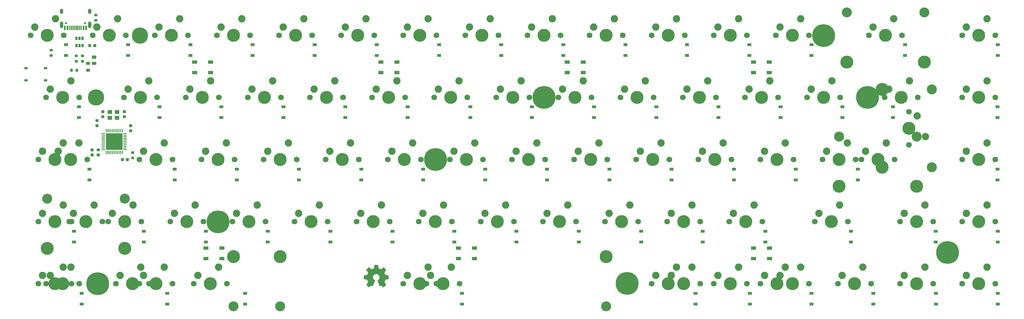
<source format=gbr>
G04 #@! TF.GenerationSoftware,KiCad,Pcbnew,(5.1.9-0-10_14)*
G04 #@! TF.CreationDate,2021-04-10T11:07:08+01:00*
G04 #@! TF.ProjectId,Draytronics-Elise-PCB V1,44726179-7472-46f6-9e69-63732d456c69,rev?*
G04 #@! TF.SameCoordinates,Original*
G04 #@! TF.FileFunction,Soldermask,Bot*
G04 #@! TF.FilePolarity,Negative*
%FSLAX46Y46*%
G04 Gerber Fmt 4.6, Leading zero omitted, Abs format (unit mm)*
G04 Created by KiCad (PCBNEW (5.1.9-0-10_14)) date 2021-04-10 11:07:08*
%MOMM*%
%LPD*%
G01*
G04 APERTURE LIST*
%ADD10C,0.010000*%
%ADD11C,2.250000*%
%ADD12C,3.987800*%
%ADD13C,1.750000*%
%ADD14C,7.000240*%
%ADD15C,1.000000*%
%ADD16R,5.200000X5.200000*%
%ADD17R,1.000000X0.750000*%
%ADD18R,1.500000X1.000000*%
%ADD19C,5.000000*%
%ADD20R,0.600000X1.450000*%
%ADD21R,0.300000X1.450000*%
%ADD22C,0.650000*%
%ADD23O,1.000000X2.100000*%
%ADD24O,1.000000X1.600000*%
%ADD25R,1.400000X1.200000*%
%ADD26R,0.650000X1.060000*%
%ADD27R,1.200000X0.900000*%
%ADD28C,3.048000*%
G04 APERTURE END LIST*
D10*
G04 #@! TO.C,G\u002A\u002A\u002A*
G36*
X134884425Y-105308443D02*
G01*
X134987416Y-105308651D01*
X135069798Y-105309137D01*
X135133965Y-105310017D01*
X135182312Y-105311405D01*
X135217236Y-105313416D01*
X135241130Y-105316165D01*
X135256390Y-105319766D01*
X135265412Y-105324334D01*
X135270590Y-105329985D01*
X135272364Y-105333022D01*
X135277583Y-105350707D01*
X135286778Y-105390493D01*
X135299362Y-105449495D01*
X135314746Y-105524828D01*
X135332343Y-105613606D01*
X135351566Y-105712943D01*
X135371826Y-105819954D01*
X135375171Y-105837847D01*
X135395583Y-105945442D01*
X135415194Y-106045477D01*
X135433402Y-106135127D01*
X135449606Y-106211570D01*
X135463205Y-106271982D01*
X135473598Y-106313538D01*
X135480183Y-106333416D01*
X135480899Y-106334454D01*
X135497742Y-106344509D01*
X135534511Y-106362177D01*
X135587435Y-106385914D01*
X135652749Y-106414176D01*
X135726684Y-106445419D01*
X135805473Y-106478100D01*
X135885347Y-106510673D01*
X135962540Y-106541596D01*
X136033284Y-106569324D01*
X136093811Y-106592313D01*
X136140353Y-106609019D01*
X136169143Y-106617898D01*
X136175042Y-106618922D01*
X136193077Y-106613431D01*
X136226984Y-106595779D01*
X136277596Y-106565438D01*
X136345744Y-106521885D01*
X136432260Y-106464592D01*
X136537977Y-106393036D01*
X136599382Y-106351000D01*
X136705767Y-106277947D01*
X136793204Y-106218003D01*
X136863696Y-106169919D01*
X136919247Y-106132445D01*
X136961861Y-106104333D01*
X136993541Y-106084334D01*
X137016291Y-106071199D01*
X137032116Y-106063679D01*
X137043019Y-106060525D01*
X137051004Y-106060487D01*
X137058075Y-106062318D01*
X137061021Y-106063269D01*
X137077252Y-106074510D01*
X137108181Y-106101479D01*
X137151419Y-106141745D01*
X137204581Y-106192880D01*
X137265278Y-106252452D01*
X137331123Y-106318032D01*
X137399730Y-106387189D01*
X137468710Y-106457494D01*
X137535677Y-106526516D01*
X137598242Y-106591825D01*
X137654020Y-106650991D01*
X137700621Y-106701584D01*
X137735660Y-106741174D01*
X137756749Y-106767331D01*
X137761980Y-106776798D01*
X137754992Y-106792800D01*
X137735083Y-106827197D01*
X137703835Y-106877530D01*
X137662830Y-106941341D01*
X137613651Y-107016173D01*
X137557879Y-107099568D01*
X137497097Y-107189067D01*
X137488930Y-107200994D01*
X137406953Y-107321478D01*
X137339370Y-107422746D01*
X137286326Y-107504563D01*
X137247971Y-107566698D01*
X137224450Y-107608919D01*
X137215912Y-107630992D01*
X137215880Y-107631734D01*
X137220890Y-107654223D01*
X137234870Y-107695546D01*
X137256242Y-107752063D01*
X137283428Y-107820129D01*
X137314851Y-107896103D01*
X137348934Y-107976343D01*
X137384098Y-108057206D01*
X137418767Y-108135049D01*
X137451362Y-108206230D01*
X137480306Y-108267106D01*
X137504022Y-108314036D01*
X137520932Y-108343377D01*
X137527516Y-108351283D01*
X137545681Y-108357511D01*
X137585844Y-108367572D01*
X137644998Y-108380832D01*
X137720136Y-108396657D01*
X137808253Y-108414413D01*
X137906341Y-108433465D01*
X138003766Y-108451769D01*
X138108540Y-108471324D01*
X138206262Y-108489911D01*
X138293905Y-108506928D01*
X138368442Y-108521772D01*
X138426844Y-108533841D01*
X138466086Y-108542534D01*
X138482705Y-108547048D01*
X138511280Y-108559055D01*
X138511280Y-109065968D01*
X138511216Y-109193154D01*
X138510959Y-109297286D01*
X138510407Y-109380712D01*
X138509458Y-109445778D01*
X138508013Y-109494831D01*
X138505970Y-109530218D01*
X138503228Y-109554285D01*
X138499686Y-109569379D01*
X138495243Y-109577846D01*
X138489798Y-109582034D01*
X138489055Y-109582368D01*
X138471810Y-109586827D01*
X138432539Y-109595332D01*
X138374189Y-109607296D01*
X138299708Y-109622131D01*
X138212042Y-109639250D01*
X138114139Y-109658067D01*
X138010374Y-109677726D01*
X137883235Y-109701902D01*
X137779267Y-109722282D01*
X137696595Y-109739295D01*
X137633344Y-109753366D01*
X137587639Y-109764923D01*
X137557604Y-109774393D01*
X137541364Y-109782203D01*
X137538076Y-109785263D01*
X137529486Y-109802206D01*
X137512861Y-109839640D01*
X137489511Y-109894442D01*
X137460746Y-109963484D01*
X137427878Y-110043642D01*
X137392217Y-110131790D01*
X137380347Y-110161380D01*
X137333640Y-110279492D01*
X137297027Y-110375328D01*
X137270195Y-110449782D01*
X137252831Y-110503749D01*
X137244621Y-110538123D01*
X137244070Y-110550540D01*
X137252417Y-110568838D01*
X137273634Y-110605318D01*
X137306030Y-110657351D01*
X137347913Y-110722309D01*
X137397591Y-110797562D01*
X137453372Y-110880483D01*
X137505830Y-110957222D01*
X137565214Y-111044059D01*
X137619728Y-111124934D01*
X137667735Y-111197327D01*
X137707595Y-111258716D01*
X137737669Y-111306581D01*
X137756318Y-111338400D01*
X137761979Y-111351225D01*
X137753250Y-111364796D01*
X137728353Y-111394124D01*
X137689230Y-111437153D01*
X137637821Y-111491826D01*
X137576064Y-111556087D01*
X137505901Y-111627879D01*
X137429272Y-111705147D01*
X137408583Y-111725824D01*
X137316641Y-111817279D01*
X137240836Y-111891994D01*
X137179576Y-111951417D01*
X137131269Y-111996996D01*
X137094322Y-112030179D01*
X137067143Y-112052415D01*
X137048139Y-112065151D01*
X137035718Y-112069835D01*
X137030758Y-112069381D01*
X137014841Y-112060273D01*
X136980599Y-112038444D01*
X136930608Y-112005609D01*
X136867443Y-111963483D01*
X136793676Y-111913781D01*
X136711884Y-111858219D01*
X136639312Y-111808584D01*
X136552887Y-111749764D01*
X136472306Y-111695820D01*
X136400135Y-111648401D01*
X136338941Y-111609158D01*
X136291292Y-111579740D01*
X136259755Y-111561797D01*
X136247572Y-111556800D01*
X136228023Y-111562586D01*
X136190878Y-111578508D01*
X136140771Y-111602407D01*
X136082333Y-111632124D01*
X136055789Y-111646157D01*
X135995381Y-111677427D01*
X135941430Y-111703417D01*
X135898513Y-111722067D01*
X135871205Y-111731318D01*
X135865333Y-111731882D01*
X135858446Y-111726046D01*
X135847629Y-111709251D01*
X135832304Y-111680187D01*
X135811894Y-111637545D01*
X135785822Y-111580015D01*
X135753510Y-111506286D01*
X135714382Y-111415049D01*
X135667860Y-111304993D01*
X135613368Y-111174809D01*
X135550328Y-111023186D01*
X135506558Y-110917502D01*
X135450308Y-110781176D01*
X135397017Y-110651345D01*
X135347474Y-110529973D01*
X135302467Y-110419027D01*
X135262785Y-110320468D01*
X135229217Y-110236263D01*
X135202551Y-110168376D01*
X135183577Y-110118771D01*
X135173082Y-110089412D01*
X135171180Y-110082197D01*
X135182267Y-110058986D01*
X135212533Y-110031508D01*
X135225155Y-110022865D01*
X135261287Y-109998621D01*
X135308832Y-109965428D01*
X135358856Y-109929547D01*
X135370451Y-109921074D01*
X135493847Y-109815437D01*
X135597557Y-109695337D01*
X135680907Y-109563158D01*
X135743221Y-109421283D01*
X135783825Y-109272093D01*
X135802043Y-109117973D01*
X135797201Y-108961303D01*
X135768624Y-108804468D01*
X135724496Y-108671140D01*
X135684747Y-108584044D01*
X135638041Y-108505577D01*
X135579699Y-108428987D01*
X135505042Y-108347526D01*
X135488680Y-108330994D01*
X135376134Y-108230932D01*
X135258911Y-108152802D01*
X135131237Y-108093157D01*
X135037830Y-108062068D01*
X134947033Y-108043164D01*
X134841040Y-108032715D01*
X134728604Y-108030720D01*
X134618480Y-108037180D01*
X134519422Y-108052095D01*
X134479030Y-108062068D01*
X134329411Y-108117847D01*
X134191243Y-108194592D01*
X134066585Y-108290101D01*
X133957497Y-108402174D01*
X133866042Y-108528608D01*
X133794278Y-108667202D01*
X133744267Y-108815754D01*
X133734772Y-108857233D01*
X133714400Y-109016814D01*
X133718440Y-109175113D01*
X133745930Y-109329646D01*
X133795909Y-109477932D01*
X133867418Y-109617487D01*
X133959495Y-109745829D01*
X134071180Y-109860475D01*
X134146408Y-109921074D01*
X134195679Y-109956661D01*
X134244656Y-109991089D01*
X134284404Y-110018100D01*
X134291705Y-110022865D01*
X134327021Y-110050663D01*
X134344556Y-110075732D01*
X134345680Y-110082197D01*
X134340928Y-110097802D01*
X134327201Y-110134889D01*
X134305285Y-110191496D01*
X134275971Y-110265657D01*
X134240046Y-110355408D01*
X134198299Y-110458784D01*
X134151520Y-110573822D01*
X134100496Y-110698556D01*
X134046018Y-110831022D01*
X134010301Y-110917502D01*
X133941654Y-111083118D01*
X133881914Y-111226481D01*
X133830503Y-111348900D01*
X133786845Y-111451687D01*
X133750362Y-111536150D01*
X133720477Y-111603601D01*
X133696613Y-111655348D01*
X133678194Y-111692702D01*
X133664641Y-111716973D01*
X133655378Y-111729470D01*
X133651526Y-111731882D01*
X133632495Y-111727396D01*
X133595851Y-111712609D01*
X133546169Y-111689580D01*
X133488025Y-111660369D01*
X133461070Y-111646157D01*
X133400473Y-111614602D01*
X133346215Y-111587936D01*
X133302928Y-111568319D01*
X133275242Y-111557908D01*
X133269287Y-111556800D01*
X133253332Y-111563783D01*
X133219101Y-111583632D01*
X133169161Y-111614699D01*
X133106078Y-111655332D01*
X133032420Y-111703882D01*
X132950753Y-111758699D01*
X132877547Y-111808584D01*
X132791026Y-111867725D01*
X132710381Y-111922437D01*
X132638188Y-111971006D01*
X132577019Y-112011716D01*
X132529451Y-112042853D01*
X132498058Y-112062700D01*
X132486101Y-112069381D01*
X132476868Y-112068837D01*
X132462009Y-112061111D01*
X132439932Y-112044755D01*
X132409043Y-112018321D01*
X132367750Y-111980361D01*
X132314462Y-111929427D01*
X132247584Y-111864071D01*
X132165526Y-111782845D01*
X132108276Y-111725824D01*
X132030286Y-111647473D01*
X131958260Y-111574063D01*
X131894137Y-111507652D01*
X131839858Y-111450295D01*
X131797363Y-111404049D01*
X131768591Y-111370971D01*
X131755483Y-111353116D01*
X131754880Y-111351225D01*
X131761874Y-111335960D01*
X131781765Y-111302387D01*
X131812913Y-111253025D01*
X131853680Y-111190397D01*
X131902426Y-111117023D01*
X131957513Y-111035423D01*
X132011029Y-110957222D01*
X132070761Y-110869751D01*
X132125869Y-110787648D01*
X132174663Y-110713542D01*
X132215448Y-110650061D01*
X132246535Y-110599835D01*
X132266230Y-110565492D01*
X132272789Y-110550540D01*
X132270470Y-110528652D01*
X132259204Y-110487763D01*
X132238678Y-110426979D01*
X132208579Y-110345405D01*
X132168593Y-110242148D01*
X132136512Y-110161380D01*
X132100230Y-110071324D01*
X132066319Y-109988250D01*
X132036089Y-109915285D01*
X132010851Y-109855553D01*
X131991915Y-109812181D01*
X131980594Y-109788294D01*
X131978783Y-109785263D01*
X131968093Y-109778057D01*
X131944444Y-109769380D01*
X131905961Y-109758807D01*
X131850770Y-109745910D01*
X131776994Y-109730263D01*
X131682759Y-109711438D01*
X131566189Y-109689008D01*
X131506485Y-109677726D01*
X131401370Y-109657810D01*
X131303583Y-109639011D01*
X131216073Y-109621918D01*
X131141785Y-109607117D01*
X131083669Y-109595195D01*
X131044670Y-109586740D01*
X131027805Y-109582368D01*
X131022229Y-109578544D01*
X131017669Y-109570729D01*
X131014021Y-109556576D01*
X131011186Y-109533738D01*
X131009063Y-109499869D01*
X131007549Y-109452621D01*
X131006546Y-109389649D01*
X131005950Y-109308605D01*
X131005662Y-109207144D01*
X131005580Y-109082917D01*
X131005580Y-108559055D01*
X131034155Y-108547048D01*
X131052953Y-108542020D01*
X131093716Y-108533057D01*
X131153416Y-108520761D01*
X131229026Y-108505736D01*
X131317518Y-108488582D01*
X131415866Y-108469903D01*
X131513093Y-108451769D01*
X131617752Y-108432082D01*
X131715231Y-108413101D01*
X131802525Y-108395462D01*
X131876627Y-108379798D01*
X131934531Y-108366744D01*
X131973230Y-108356934D01*
X131989343Y-108351283D01*
X132000996Y-108335297D01*
X132020478Y-108299360D01*
X132046211Y-108247113D01*
X132076618Y-108182200D01*
X132110122Y-108108262D01*
X132145144Y-108028943D01*
X132180108Y-107947884D01*
X132213436Y-107868728D01*
X132243549Y-107795118D01*
X132268872Y-107730696D01*
X132287826Y-107679104D01*
X132298833Y-107643985D01*
X132300980Y-107631734D01*
X132293434Y-107610997D01*
X132270897Y-107570097D01*
X132233515Y-107509268D01*
X132181435Y-107428741D01*
X132114806Y-107328749D01*
X132033774Y-107209524D01*
X132027930Y-107200994D01*
X131966614Y-107110883D01*
X131910103Y-107026558D01*
X131859979Y-106950477D01*
X131817825Y-106885098D01*
X131785223Y-106832878D01*
X131763754Y-106796276D01*
X131755001Y-106777749D01*
X131754880Y-106776798D01*
X131763571Y-106762669D01*
X131788056Y-106733231D01*
X131825945Y-106690915D01*
X131874852Y-106638150D01*
X131932390Y-106577367D01*
X131996170Y-106510996D01*
X132063807Y-106441467D01*
X132132912Y-106371210D01*
X132201099Y-106302656D01*
X132265979Y-106238234D01*
X132325166Y-106180374D01*
X132376272Y-106131507D01*
X132416911Y-106094062D01*
X132444694Y-106070470D01*
X132455838Y-106063269D01*
X132463279Y-106061072D01*
X132470996Y-106060373D01*
X132480995Y-106062420D01*
X132495279Y-106068463D01*
X132515852Y-106079749D01*
X132544720Y-106097528D01*
X132583885Y-106123049D01*
X132635352Y-106157559D01*
X132701126Y-106202308D01*
X132783211Y-106258545D01*
X132883611Y-106327518D01*
X132918867Y-106351749D01*
X133034564Y-106430750D01*
X133130633Y-106495197D01*
X133207892Y-106545606D01*
X133267159Y-106582495D01*
X133309251Y-106606380D01*
X133334985Y-106617777D01*
X133341807Y-106618962D01*
X133362053Y-106613845D01*
X133401649Y-106600248D01*
X133456820Y-106579714D01*
X133523793Y-106553791D01*
X133598793Y-106524024D01*
X133678048Y-106491957D01*
X133757784Y-106459137D01*
X133834227Y-106427110D01*
X133903602Y-106397419D01*
X133962137Y-106371612D01*
X134006058Y-106351233D01*
X134031591Y-106337828D01*
X134035848Y-106334727D01*
X134041799Y-106318862D01*
X134051645Y-106280825D01*
X134064782Y-106223444D01*
X134080609Y-106149545D01*
X134098522Y-106061954D01*
X134117918Y-105963500D01*
X134138196Y-105857009D01*
X134141734Y-105838060D01*
X134162055Y-105730084D01*
X134181443Y-105629305D01*
X134199311Y-105538613D01*
X134215071Y-105460895D01*
X134228137Y-105399039D01*
X134237920Y-105355934D01*
X134243834Y-105334468D01*
X134244382Y-105333235D01*
X134248571Y-105326988D01*
X134255395Y-105321887D01*
X134267251Y-105317815D01*
X134286535Y-105314656D01*
X134315643Y-105312295D01*
X134356972Y-105310617D01*
X134412917Y-105309504D01*
X134485876Y-105308843D01*
X134578243Y-105308516D01*
X134692416Y-105308408D01*
X134758429Y-105308400D01*
X134884425Y-105308443D01*
G37*
X134884425Y-105308443D02*
X134987416Y-105308651D01*
X135069798Y-105309137D01*
X135133965Y-105310017D01*
X135182312Y-105311405D01*
X135217236Y-105313416D01*
X135241130Y-105316165D01*
X135256390Y-105319766D01*
X135265412Y-105324334D01*
X135270590Y-105329985D01*
X135272364Y-105333022D01*
X135277583Y-105350707D01*
X135286778Y-105390493D01*
X135299362Y-105449495D01*
X135314746Y-105524828D01*
X135332343Y-105613606D01*
X135351566Y-105712943D01*
X135371826Y-105819954D01*
X135375171Y-105837847D01*
X135395583Y-105945442D01*
X135415194Y-106045477D01*
X135433402Y-106135127D01*
X135449606Y-106211570D01*
X135463205Y-106271982D01*
X135473598Y-106313538D01*
X135480183Y-106333416D01*
X135480899Y-106334454D01*
X135497742Y-106344509D01*
X135534511Y-106362177D01*
X135587435Y-106385914D01*
X135652749Y-106414176D01*
X135726684Y-106445419D01*
X135805473Y-106478100D01*
X135885347Y-106510673D01*
X135962540Y-106541596D01*
X136033284Y-106569324D01*
X136093811Y-106592313D01*
X136140353Y-106609019D01*
X136169143Y-106617898D01*
X136175042Y-106618922D01*
X136193077Y-106613431D01*
X136226984Y-106595779D01*
X136277596Y-106565438D01*
X136345744Y-106521885D01*
X136432260Y-106464592D01*
X136537977Y-106393036D01*
X136599382Y-106351000D01*
X136705767Y-106277947D01*
X136793204Y-106218003D01*
X136863696Y-106169919D01*
X136919247Y-106132445D01*
X136961861Y-106104333D01*
X136993541Y-106084334D01*
X137016291Y-106071199D01*
X137032116Y-106063679D01*
X137043019Y-106060525D01*
X137051004Y-106060487D01*
X137058075Y-106062318D01*
X137061021Y-106063269D01*
X137077252Y-106074510D01*
X137108181Y-106101479D01*
X137151419Y-106141745D01*
X137204581Y-106192880D01*
X137265278Y-106252452D01*
X137331123Y-106318032D01*
X137399730Y-106387189D01*
X137468710Y-106457494D01*
X137535677Y-106526516D01*
X137598242Y-106591825D01*
X137654020Y-106650991D01*
X137700621Y-106701584D01*
X137735660Y-106741174D01*
X137756749Y-106767331D01*
X137761980Y-106776798D01*
X137754992Y-106792800D01*
X137735083Y-106827197D01*
X137703835Y-106877530D01*
X137662830Y-106941341D01*
X137613651Y-107016173D01*
X137557879Y-107099568D01*
X137497097Y-107189067D01*
X137488930Y-107200994D01*
X137406953Y-107321478D01*
X137339370Y-107422746D01*
X137286326Y-107504563D01*
X137247971Y-107566698D01*
X137224450Y-107608919D01*
X137215912Y-107630992D01*
X137215880Y-107631734D01*
X137220890Y-107654223D01*
X137234870Y-107695546D01*
X137256242Y-107752063D01*
X137283428Y-107820129D01*
X137314851Y-107896103D01*
X137348934Y-107976343D01*
X137384098Y-108057206D01*
X137418767Y-108135049D01*
X137451362Y-108206230D01*
X137480306Y-108267106D01*
X137504022Y-108314036D01*
X137520932Y-108343377D01*
X137527516Y-108351283D01*
X137545681Y-108357511D01*
X137585844Y-108367572D01*
X137644998Y-108380832D01*
X137720136Y-108396657D01*
X137808253Y-108414413D01*
X137906341Y-108433465D01*
X138003766Y-108451769D01*
X138108540Y-108471324D01*
X138206262Y-108489911D01*
X138293905Y-108506928D01*
X138368442Y-108521772D01*
X138426844Y-108533841D01*
X138466086Y-108542534D01*
X138482705Y-108547048D01*
X138511280Y-108559055D01*
X138511280Y-109065968D01*
X138511216Y-109193154D01*
X138510959Y-109297286D01*
X138510407Y-109380712D01*
X138509458Y-109445778D01*
X138508013Y-109494831D01*
X138505970Y-109530218D01*
X138503228Y-109554285D01*
X138499686Y-109569379D01*
X138495243Y-109577846D01*
X138489798Y-109582034D01*
X138489055Y-109582368D01*
X138471810Y-109586827D01*
X138432539Y-109595332D01*
X138374189Y-109607296D01*
X138299708Y-109622131D01*
X138212042Y-109639250D01*
X138114139Y-109658067D01*
X138010374Y-109677726D01*
X137883235Y-109701902D01*
X137779267Y-109722282D01*
X137696595Y-109739295D01*
X137633344Y-109753366D01*
X137587639Y-109764923D01*
X137557604Y-109774393D01*
X137541364Y-109782203D01*
X137538076Y-109785263D01*
X137529486Y-109802206D01*
X137512861Y-109839640D01*
X137489511Y-109894442D01*
X137460746Y-109963484D01*
X137427878Y-110043642D01*
X137392217Y-110131790D01*
X137380347Y-110161380D01*
X137333640Y-110279492D01*
X137297027Y-110375328D01*
X137270195Y-110449782D01*
X137252831Y-110503749D01*
X137244621Y-110538123D01*
X137244070Y-110550540D01*
X137252417Y-110568838D01*
X137273634Y-110605318D01*
X137306030Y-110657351D01*
X137347913Y-110722309D01*
X137397591Y-110797562D01*
X137453372Y-110880483D01*
X137505830Y-110957222D01*
X137565214Y-111044059D01*
X137619728Y-111124934D01*
X137667735Y-111197327D01*
X137707595Y-111258716D01*
X137737669Y-111306581D01*
X137756318Y-111338400D01*
X137761979Y-111351225D01*
X137753250Y-111364796D01*
X137728353Y-111394124D01*
X137689230Y-111437153D01*
X137637821Y-111491826D01*
X137576064Y-111556087D01*
X137505901Y-111627879D01*
X137429272Y-111705147D01*
X137408583Y-111725824D01*
X137316641Y-111817279D01*
X137240836Y-111891994D01*
X137179576Y-111951417D01*
X137131269Y-111996996D01*
X137094322Y-112030179D01*
X137067143Y-112052415D01*
X137048139Y-112065151D01*
X137035718Y-112069835D01*
X137030758Y-112069381D01*
X137014841Y-112060273D01*
X136980599Y-112038444D01*
X136930608Y-112005609D01*
X136867443Y-111963483D01*
X136793676Y-111913781D01*
X136711884Y-111858219D01*
X136639312Y-111808584D01*
X136552887Y-111749764D01*
X136472306Y-111695820D01*
X136400135Y-111648401D01*
X136338941Y-111609158D01*
X136291292Y-111579740D01*
X136259755Y-111561797D01*
X136247572Y-111556800D01*
X136228023Y-111562586D01*
X136190878Y-111578508D01*
X136140771Y-111602407D01*
X136082333Y-111632124D01*
X136055789Y-111646157D01*
X135995381Y-111677427D01*
X135941430Y-111703417D01*
X135898513Y-111722067D01*
X135871205Y-111731318D01*
X135865333Y-111731882D01*
X135858446Y-111726046D01*
X135847629Y-111709251D01*
X135832304Y-111680187D01*
X135811894Y-111637545D01*
X135785822Y-111580015D01*
X135753510Y-111506286D01*
X135714382Y-111415049D01*
X135667860Y-111304993D01*
X135613368Y-111174809D01*
X135550328Y-111023186D01*
X135506558Y-110917502D01*
X135450308Y-110781176D01*
X135397017Y-110651345D01*
X135347474Y-110529973D01*
X135302467Y-110419027D01*
X135262785Y-110320468D01*
X135229217Y-110236263D01*
X135202551Y-110168376D01*
X135183577Y-110118771D01*
X135173082Y-110089412D01*
X135171180Y-110082197D01*
X135182267Y-110058986D01*
X135212533Y-110031508D01*
X135225155Y-110022865D01*
X135261287Y-109998621D01*
X135308832Y-109965428D01*
X135358856Y-109929547D01*
X135370451Y-109921074D01*
X135493847Y-109815437D01*
X135597557Y-109695337D01*
X135680907Y-109563158D01*
X135743221Y-109421283D01*
X135783825Y-109272093D01*
X135802043Y-109117973D01*
X135797201Y-108961303D01*
X135768624Y-108804468D01*
X135724496Y-108671140D01*
X135684747Y-108584044D01*
X135638041Y-108505577D01*
X135579699Y-108428987D01*
X135505042Y-108347526D01*
X135488680Y-108330994D01*
X135376134Y-108230932D01*
X135258911Y-108152802D01*
X135131237Y-108093157D01*
X135037830Y-108062068D01*
X134947033Y-108043164D01*
X134841040Y-108032715D01*
X134728604Y-108030720D01*
X134618480Y-108037180D01*
X134519422Y-108052095D01*
X134479030Y-108062068D01*
X134329411Y-108117847D01*
X134191243Y-108194592D01*
X134066585Y-108290101D01*
X133957497Y-108402174D01*
X133866042Y-108528608D01*
X133794278Y-108667202D01*
X133744267Y-108815754D01*
X133734772Y-108857233D01*
X133714400Y-109016814D01*
X133718440Y-109175113D01*
X133745930Y-109329646D01*
X133795909Y-109477932D01*
X133867418Y-109617487D01*
X133959495Y-109745829D01*
X134071180Y-109860475D01*
X134146408Y-109921074D01*
X134195679Y-109956661D01*
X134244656Y-109991089D01*
X134284404Y-110018100D01*
X134291705Y-110022865D01*
X134327021Y-110050663D01*
X134344556Y-110075732D01*
X134345680Y-110082197D01*
X134340928Y-110097802D01*
X134327201Y-110134889D01*
X134305285Y-110191496D01*
X134275971Y-110265657D01*
X134240046Y-110355408D01*
X134198299Y-110458784D01*
X134151520Y-110573822D01*
X134100496Y-110698556D01*
X134046018Y-110831022D01*
X134010301Y-110917502D01*
X133941654Y-111083118D01*
X133881914Y-111226481D01*
X133830503Y-111348900D01*
X133786845Y-111451687D01*
X133750362Y-111536150D01*
X133720477Y-111603601D01*
X133696613Y-111655348D01*
X133678194Y-111692702D01*
X133664641Y-111716973D01*
X133655378Y-111729470D01*
X133651526Y-111731882D01*
X133632495Y-111727396D01*
X133595851Y-111712609D01*
X133546169Y-111689580D01*
X133488025Y-111660369D01*
X133461070Y-111646157D01*
X133400473Y-111614602D01*
X133346215Y-111587936D01*
X133302928Y-111568319D01*
X133275242Y-111557908D01*
X133269287Y-111556800D01*
X133253332Y-111563783D01*
X133219101Y-111583632D01*
X133169161Y-111614699D01*
X133106078Y-111655332D01*
X133032420Y-111703882D01*
X132950753Y-111758699D01*
X132877547Y-111808584D01*
X132791026Y-111867725D01*
X132710381Y-111922437D01*
X132638188Y-111971006D01*
X132577019Y-112011716D01*
X132529451Y-112042853D01*
X132498058Y-112062700D01*
X132486101Y-112069381D01*
X132476868Y-112068837D01*
X132462009Y-112061111D01*
X132439932Y-112044755D01*
X132409043Y-112018321D01*
X132367750Y-111980361D01*
X132314462Y-111929427D01*
X132247584Y-111864071D01*
X132165526Y-111782845D01*
X132108276Y-111725824D01*
X132030286Y-111647473D01*
X131958260Y-111574063D01*
X131894137Y-111507652D01*
X131839858Y-111450295D01*
X131797363Y-111404049D01*
X131768591Y-111370971D01*
X131755483Y-111353116D01*
X131754880Y-111351225D01*
X131761874Y-111335960D01*
X131781765Y-111302387D01*
X131812913Y-111253025D01*
X131853680Y-111190397D01*
X131902426Y-111117023D01*
X131957513Y-111035423D01*
X132011029Y-110957222D01*
X132070761Y-110869751D01*
X132125869Y-110787648D01*
X132174663Y-110713542D01*
X132215448Y-110650061D01*
X132246535Y-110599835D01*
X132266230Y-110565492D01*
X132272789Y-110550540D01*
X132270470Y-110528652D01*
X132259204Y-110487763D01*
X132238678Y-110426979D01*
X132208579Y-110345405D01*
X132168593Y-110242148D01*
X132136512Y-110161380D01*
X132100230Y-110071324D01*
X132066319Y-109988250D01*
X132036089Y-109915285D01*
X132010851Y-109855553D01*
X131991915Y-109812181D01*
X131980594Y-109788294D01*
X131978783Y-109785263D01*
X131968093Y-109778057D01*
X131944444Y-109769380D01*
X131905961Y-109758807D01*
X131850770Y-109745910D01*
X131776994Y-109730263D01*
X131682759Y-109711438D01*
X131566189Y-109689008D01*
X131506485Y-109677726D01*
X131401370Y-109657810D01*
X131303583Y-109639011D01*
X131216073Y-109621918D01*
X131141785Y-109607117D01*
X131083669Y-109595195D01*
X131044670Y-109586740D01*
X131027805Y-109582368D01*
X131022229Y-109578544D01*
X131017669Y-109570729D01*
X131014021Y-109556576D01*
X131011186Y-109533738D01*
X131009063Y-109499869D01*
X131007549Y-109452621D01*
X131006546Y-109389649D01*
X131005950Y-109308605D01*
X131005662Y-109207144D01*
X131005580Y-109082917D01*
X131005580Y-108559055D01*
X131034155Y-108547048D01*
X131052953Y-108542020D01*
X131093716Y-108533057D01*
X131153416Y-108520761D01*
X131229026Y-108505736D01*
X131317518Y-108488582D01*
X131415866Y-108469903D01*
X131513093Y-108451769D01*
X131617752Y-108432082D01*
X131715231Y-108413101D01*
X131802525Y-108395462D01*
X131876627Y-108379798D01*
X131934531Y-108366744D01*
X131973230Y-108356934D01*
X131989343Y-108351283D01*
X132000996Y-108335297D01*
X132020478Y-108299360D01*
X132046211Y-108247113D01*
X132076618Y-108182200D01*
X132110122Y-108108262D01*
X132145144Y-108028943D01*
X132180108Y-107947884D01*
X132213436Y-107868728D01*
X132243549Y-107795118D01*
X132268872Y-107730696D01*
X132287826Y-107679104D01*
X132298833Y-107643985D01*
X132300980Y-107631734D01*
X132293434Y-107610997D01*
X132270897Y-107570097D01*
X132233515Y-107509268D01*
X132181435Y-107428741D01*
X132114806Y-107328749D01*
X132033774Y-107209524D01*
X132027930Y-107200994D01*
X131966614Y-107110883D01*
X131910103Y-107026558D01*
X131859979Y-106950477D01*
X131817825Y-106885098D01*
X131785223Y-106832878D01*
X131763754Y-106796276D01*
X131755001Y-106777749D01*
X131754880Y-106776798D01*
X131763571Y-106762669D01*
X131788056Y-106733231D01*
X131825945Y-106690915D01*
X131874852Y-106638150D01*
X131932390Y-106577367D01*
X131996170Y-106510996D01*
X132063807Y-106441467D01*
X132132912Y-106371210D01*
X132201099Y-106302656D01*
X132265979Y-106238234D01*
X132325166Y-106180374D01*
X132376272Y-106131507D01*
X132416911Y-106094062D01*
X132444694Y-106070470D01*
X132455838Y-106063269D01*
X132463279Y-106061072D01*
X132470996Y-106060373D01*
X132480995Y-106062420D01*
X132495279Y-106068463D01*
X132515852Y-106079749D01*
X132544720Y-106097528D01*
X132583885Y-106123049D01*
X132635352Y-106157559D01*
X132701126Y-106202308D01*
X132783211Y-106258545D01*
X132883611Y-106327518D01*
X132918867Y-106351749D01*
X133034564Y-106430750D01*
X133130633Y-106495197D01*
X133207892Y-106545606D01*
X133267159Y-106582495D01*
X133309251Y-106606380D01*
X133334985Y-106617777D01*
X133341807Y-106618962D01*
X133362053Y-106613845D01*
X133401649Y-106600248D01*
X133456820Y-106579714D01*
X133523793Y-106553791D01*
X133598793Y-106524024D01*
X133678048Y-106491957D01*
X133757784Y-106459137D01*
X133834227Y-106427110D01*
X133903602Y-106397419D01*
X133962137Y-106371612D01*
X134006058Y-106351233D01*
X134031591Y-106337828D01*
X134035848Y-106334727D01*
X134041799Y-106318862D01*
X134051645Y-106280825D01*
X134064782Y-106223444D01*
X134080609Y-106149545D01*
X134098522Y-106061954D01*
X134117918Y-105963500D01*
X134138196Y-105857009D01*
X134141734Y-105838060D01*
X134162055Y-105730084D01*
X134181443Y-105629305D01*
X134199311Y-105538613D01*
X134215071Y-105460895D01*
X134228137Y-105399039D01*
X134237920Y-105355934D01*
X134243834Y-105334468D01*
X134244382Y-105333235D01*
X134248571Y-105326988D01*
X134255395Y-105321887D01*
X134267251Y-105317815D01*
X134286535Y-105314656D01*
X134315643Y-105312295D01*
X134356972Y-105310617D01*
X134412917Y-105309504D01*
X134485876Y-105308843D01*
X134578243Y-105308516D01*
X134692416Y-105308408D01*
X134758429Y-105308400D01*
X134884425Y-105308443D01*
G04 #@! TD*
D11*
G04 #@! TO.C,MX73*
X322127880Y-105973880D03*
D12*
X319587880Y-111053880D03*
D11*
X315777880Y-108513880D03*
D13*
X314507880Y-111053880D03*
X324667880Y-111053880D03*
G04 #@! TD*
G04 #@! TO.C,MX1*
X38933120Y-34864040D03*
X28773120Y-34864040D03*
D11*
X30043120Y-32324040D03*
D12*
X33853120Y-34864040D03*
D11*
X36393120Y-29784040D03*
G04 #@! TD*
G04 #@! TO.C,MX64*
X38785800Y-105968800D03*
D12*
X36245800Y-111048800D03*
D11*
X32435800Y-108508800D03*
D13*
X31165800Y-111048800D03*
X41325800Y-111048800D03*
G04 #@! TD*
D11*
G04 #@! TO.C,MX74*
X41148000Y-105968800D03*
D12*
X38608000Y-111048800D03*
D11*
X34798000Y-108508800D03*
D13*
X33528000Y-111048800D03*
X43688000Y-111048800D03*
G04 #@! TD*
D14*
G04 #@! TO.C,REF\u002A\u002A*
X86243160Y-92059760D03*
D15*
X86243160Y-89759760D03*
X87443160Y-89759760D03*
X85043160Y-89759760D03*
X86243160Y-94359760D03*
X85043160Y-94359760D03*
X87443160Y-94359760D03*
G04 #@! TD*
G04 #@! TO.C,REF\u002A\u002A*
X212975040Y-113247200D03*
X210575040Y-113247200D03*
X211775040Y-113247200D03*
X210575040Y-108647200D03*
X212975040Y-108647200D03*
X211775040Y-108647200D03*
D14*
X211775040Y-110947200D03*
G04 #@! TD*
G04 #@! TO.C,REF\u002A\u002A*
X310063080Y-101523520D03*
D15*
X310063080Y-99223520D03*
X311263080Y-99223520D03*
X308863080Y-99223520D03*
X310063080Y-103823520D03*
X308863080Y-103823520D03*
X311263080Y-103823520D03*
G04 #@! TD*
G04 #@! TO.C,REF\u002A\u002A*
X286716320Y-56178480D03*
X284316320Y-56178480D03*
X285516320Y-56178480D03*
X284316320Y-51578480D03*
X286716320Y-51578480D03*
X285516320Y-51578480D03*
D14*
X285516320Y-53878480D03*
G04 #@! TD*
G04 #@! TO.C,REF\u002A\u002A*
X272039080Y-34904680D03*
D15*
X272039080Y-32604680D03*
X273239080Y-32604680D03*
X270839080Y-32604680D03*
X272039080Y-37204680D03*
X270839080Y-37204680D03*
X273239080Y-37204680D03*
G04 #@! TD*
G04 #@! TO.C,REF\u002A\u002A*
X187473440Y-56214040D03*
X185073440Y-56214040D03*
X186273440Y-56214040D03*
X185073440Y-51614040D03*
X187473440Y-51614040D03*
X186273440Y-51614040D03*
D14*
X186273440Y-53914040D03*
G04 #@! TD*
G04 #@! TO.C,REF\u002A\u002A*
X152948640Y-72964040D03*
D15*
X152948640Y-70664040D03*
X154148640Y-70664040D03*
X151748640Y-70664040D03*
X152948640Y-75264040D03*
X151748640Y-75264040D03*
X154148640Y-75264040D03*
G04 #@! TD*
G04 #@! TO.C,REF\u002A\u002A*
X50516640Y-113338640D03*
X48116640Y-113338640D03*
X49316640Y-113338640D03*
X48116640Y-108738640D03*
X50516640Y-108738640D03*
X49316640Y-108738640D03*
D14*
X49316640Y-111038640D03*
G04 #@! TD*
D16*
G04 #@! TO.C,U1*
X54406800Y-67437000D03*
G36*
G01*
X51781800Y-71249500D02*
X51781800Y-70299500D01*
G75*
G02*
X51844300Y-70237000I62500J0D01*
G01*
X51969300Y-70237000D01*
G75*
G02*
X52031800Y-70299500I0J-62500D01*
G01*
X52031800Y-71249500D01*
G75*
G02*
X51969300Y-71312000I-62500J0D01*
G01*
X51844300Y-71312000D01*
G75*
G02*
X51781800Y-71249500I0J62500D01*
G01*
G37*
G36*
G01*
X52281800Y-71249500D02*
X52281800Y-70299500D01*
G75*
G02*
X52344300Y-70237000I62500J0D01*
G01*
X52469300Y-70237000D01*
G75*
G02*
X52531800Y-70299500I0J-62500D01*
G01*
X52531800Y-71249500D01*
G75*
G02*
X52469300Y-71312000I-62500J0D01*
G01*
X52344300Y-71312000D01*
G75*
G02*
X52281800Y-71249500I0J62500D01*
G01*
G37*
G36*
G01*
X52781800Y-71249500D02*
X52781800Y-70299500D01*
G75*
G02*
X52844300Y-70237000I62500J0D01*
G01*
X52969300Y-70237000D01*
G75*
G02*
X53031800Y-70299500I0J-62500D01*
G01*
X53031800Y-71249500D01*
G75*
G02*
X52969300Y-71312000I-62500J0D01*
G01*
X52844300Y-71312000D01*
G75*
G02*
X52781800Y-71249500I0J62500D01*
G01*
G37*
G36*
G01*
X53281800Y-71249500D02*
X53281800Y-70299500D01*
G75*
G02*
X53344300Y-70237000I62500J0D01*
G01*
X53469300Y-70237000D01*
G75*
G02*
X53531800Y-70299500I0J-62500D01*
G01*
X53531800Y-71249500D01*
G75*
G02*
X53469300Y-71312000I-62500J0D01*
G01*
X53344300Y-71312000D01*
G75*
G02*
X53281800Y-71249500I0J62500D01*
G01*
G37*
G36*
G01*
X53781800Y-71249500D02*
X53781800Y-70299500D01*
G75*
G02*
X53844300Y-70237000I62500J0D01*
G01*
X53969300Y-70237000D01*
G75*
G02*
X54031800Y-70299500I0J-62500D01*
G01*
X54031800Y-71249500D01*
G75*
G02*
X53969300Y-71312000I-62500J0D01*
G01*
X53844300Y-71312000D01*
G75*
G02*
X53781800Y-71249500I0J62500D01*
G01*
G37*
G36*
G01*
X54281800Y-71249500D02*
X54281800Y-70299500D01*
G75*
G02*
X54344300Y-70237000I62500J0D01*
G01*
X54469300Y-70237000D01*
G75*
G02*
X54531800Y-70299500I0J-62500D01*
G01*
X54531800Y-71249500D01*
G75*
G02*
X54469300Y-71312000I-62500J0D01*
G01*
X54344300Y-71312000D01*
G75*
G02*
X54281800Y-71249500I0J62500D01*
G01*
G37*
G36*
G01*
X54781800Y-71249500D02*
X54781800Y-70299500D01*
G75*
G02*
X54844300Y-70237000I62500J0D01*
G01*
X54969300Y-70237000D01*
G75*
G02*
X55031800Y-70299500I0J-62500D01*
G01*
X55031800Y-71249500D01*
G75*
G02*
X54969300Y-71312000I-62500J0D01*
G01*
X54844300Y-71312000D01*
G75*
G02*
X54781800Y-71249500I0J62500D01*
G01*
G37*
G36*
G01*
X55281800Y-71249500D02*
X55281800Y-70299500D01*
G75*
G02*
X55344300Y-70237000I62500J0D01*
G01*
X55469300Y-70237000D01*
G75*
G02*
X55531800Y-70299500I0J-62500D01*
G01*
X55531800Y-71249500D01*
G75*
G02*
X55469300Y-71312000I-62500J0D01*
G01*
X55344300Y-71312000D01*
G75*
G02*
X55281800Y-71249500I0J62500D01*
G01*
G37*
G36*
G01*
X55781800Y-71249500D02*
X55781800Y-70299500D01*
G75*
G02*
X55844300Y-70237000I62500J0D01*
G01*
X55969300Y-70237000D01*
G75*
G02*
X56031800Y-70299500I0J-62500D01*
G01*
X56031800Y-71249500D01*
G75*
G02*
X55969300Y-71312000I-62500J0D01*
G01*
X55844300Y-71312000D01*
G75*
G02*
X55781800Y-71249500I0J62500D01*
G01*
G37*
G36*
G01*
X56281800Y-71249500D02*
X56281800Y-70299500D01*
G75*
G02*
X56344300Y-70237000I62500J0D01*
G01*
X56469300Y-70237000D01*
G75*
G02*
X56531800Y-70299500I0J-62500D01*
G01*
X56531800Y-71249500D01*
G75*
G02*
X56469300Y-71312000I-62500J0D01*
G01*
X56344300Y-71312000D01*
G75*
G02*
X56281800Y-71249500I0J62500D01*
G01*
G37*
G36*
G01*
X56781800Y-71249500D02*
X56781800Y-70299500D01*
G75*
G02*
X56844300Y-70237000I62500J0D01*
G01*
X56969300Y-70237000D01*
G75*
G02*
X57031800Y-70299500I0J-62500D01*
G01*
X57031800Y-71249500D01*
G75*
G02*
X56969300Y-71312000I-62500J0D01*
G01*
X56844300Y-71312000D01*
G75*
G02*
X56781800Y-71249500I0J62500D01*
G01*
G37*
G36*
G01*
X57206800Y-69999500D02*
X57206800Y-69874500D01*
G75*
G02*
X57269300Y-69812000I62500J0D01*
G01*
X58219300Y-69812000D01*
G75*
G02*
X58281800Y-69874500I0J-62500D01*
G01*
X58281800Y-69999500D01*
G75*
G02*
X58219300Y-70062000I-62500J0D01*
G01*
X57269300Y-70062000D01*
G75*
G02*
X57206800Y-69999500I0J62500D01*
G01*
G37*
G36*
G01*
X57206800Y-69499500D02*
X57206800Y-69374500D01*
G75*
G02*
X57269300Y-69312000I62500J0D01*
G01*
X58219300Y-69312000D01*
G75*
G02*
X58281800Y-69374500I0J-62500D01*
G01*
X58281800Y-69499500D01*
G75*
G02*
X58219300Y-69562000I-62500J0D01*
G01*
X57269300Y-69562000D01*
G75*
G02*
X57206800Y-69499500I0J62500D01*
G01*
G37*
G36*
G01*
X57206800Y-68999500D02*
X57206800Y-68874500D01*
G75*
G02*
X57269300Y-68812000I62500J0D01*
G01*
X58219300Y-68812000D01*
G75*
G02*
X58281800Y-68874500I0J-62500D01*
G01*
X58281800Y-68999500D01*
G75*
G02*
X58219300Y-69062000I-62500J0D01*
G01*
X57269300Y-69062000D01*
G75*
G02*
X57206800Y-68999500I0J62500D01*
G01*
G37*
G36*
G01*
X57206800Y-68499500D02*
X57206800Y-68374500D01*
G75*
G02*
X57269300Y-68312000I62500J0D01*
G01*
X58219300Y-68312000D01*
G75*
G02*
X58281800Y-68374500I0J-62500D01*
G01*
X58281800Y-68499500D01*
G75*
G02*
X58219300Y-68562000I-62500J0D01*
G01*
X57269300Y-68562000D01*
G75*
G02*
X57206800Y-68499500I0J62500D01*
G01*
G37*
G36*
G01*
X57206800Y-67999500D02*
X57206800Y-67874500D01*
G75*
G02*
X57269300Y-67812000I62500J0D01*
G01*
X58219300Y-67812000D01*
G75*
G02*
X58281800Y-67874500I0J-62500D01*
G01*
X58281800Y-67999500D01*
G75*
G02*
X58219300Y-68062000I-62500J0D01*
G01*
X57269300Y-68062000D01*
G75*
G02*
X57206800Y-67999500I0J62500D01*
G01*
G37*
G36*
G01*
X57206800Y-67499500D02*
X57206800Y-67374500D01*
G75*
G02*
X57269300Y-67312000I62500J0D01*
G01*
X58219300Y-67312000D01*
G75*
G02*
X58281800Y-67374500I0J-62500D01*
G01*
X58281800Y-67499500D01*
G75*
G02*
X58219300Y-67562000I-62500J0D01*
G01*
X57269300Y-67562000D01*
G75*
G02*
X57206800Y-67499500I0J62500D01*
G01*
G37*
G36*
G01*
X57206800Y-66999500D02*
X57206800Y-66874500D01*
G75*
G02*
X57269300Y-66812000I62500J0D01*
G01*
X58219300Y-66812000D01*
G75*
G02*
X58281800Y-66874500I0J-62500D01*
G01*
X58281800Y-66999500D01*
G75*
G02*
X58219300Y-67062000I-62500J0D01*
G01*
X57269300Y-67062000D01*
G75*
G02*
X57206800Y-66999500I0J62500D01*
G01*
G37*
G36*
G01*
X57206800Y-66499500D02*
X57206800Y-66374500D01*
G75*
G02*
X57269300Y-66312000I62500J0D01*
G01*
X58219300Y-66312000D01*
G75*
G02*
X58281800Y-66374500I0J-62500D01*
G01*
X58281800Y-66499500D01*
G75*
G02*
X58219300Y-66562000I-62500J0D01*
G01*
X57269300Y-66562000D01*
G75*
G02*
X57206800Y-66499500I0J62500D01*
G01*
G37*
G36*
G01*
X57206800Y-65999500D02*
X57206800Y-65874500D01*
G75*
G02*
X57269300Y-65812000I62500J0D01*
G01*
X58219300Y-65812000D01*
G75*
G02*
X58281800Y-65874500I0J-62500D01*
G01*
X58281800Y-65999500D01*
G75*
G02*
X58219300Y-66062000I-62500J0D01*
G01*
X57269300Y-66062000D01*
G75*
G02*
X57206800Y-65999500I0J62500D01*
G01*
G37*
G36*
G01*
X57206800Y-65499500D02*
X57206800Y-65374500D01*
G75*
G02*
X57269300Y-65312000I62500J0D01*
G01*
X58219300Y-65312000D01*
G75*
G02*
X58281800Y-65374500I0J-62500D01*
G01*
X58281800Y-65499500D01*
G75*
G02*
X58219300Y-65562000I-62500J0D01*
G01*
X57269300Y-65562000D01*
G75*
G02*
X57206800Y-65499500I0J62500D01*
G01*
G37*
G36*
G01*
X57206800Y-64999500D02*
X57206800Y-64874500D01*
G75*
G02*
X57269300Y-64812000I62500J0D01*
G01*
X58219300Y-64812000D01*
G75*
G02*
X58281800Y-64874500I0J-62500D01*
G01*
X58281800Y-64999500D01*
G75*
G02*
X58219300Y-65062000I-62500J0D01*
G01*
X57269300Y-65062000D01*
G75*
G02*
X57206800Y-64999500I0J62500D01*
G01*
G37*
G36*
G01*
X56781800Y-64574500D02*
X56781800Y-63624500D01*
G75*
G02*
X56844300Y-63562000I62500J0D01*
G01*
X56969300Y-63562000D01*
G75*
G02*
X57031800Y-63624500I0J-62500D01*
G01*
X57031800Y-64574500D01*
G75*
G02*
X56969300Y-64637000I-62500J0D01*
G01*
X56844300Y-64637000D01*
G75*
G02*
X56781800Y-64574500I0J62500D01*
G01*
G37*
G36*
G01*
X56281800Y-64574500D02*
X56281800Y-63624500D01*
G75*
G02*
X56344300Y-63562000I62500J0D01*
G01*
X56469300Y-63562000D01*
G75*
G02*
X56531800Y-63624500I0J-62500D01*
G01*
X56531800Y-64574500D01*
G75*
G02*
X56469300Y-64637000I-62500J0D01*
G01*
X56344300Y-64637000D01*
G75*
G02*
X56281800Y-64574500I0J62500D01*
G01*
G37*
G36*
G01*
X55781800Y-64574500D02*
X55781800Y-63624500D01*
G75*
G02*
X55844300Y-63562000I62500J0D01*
G01*
X55969300Y-63562000D01*
G75*
G02*
X56031800Y-63624500I0J-62500D01*
G01*
X56031800Y-64574500D01*
G75*
G02*
X55969300Y-64637000I-62500J0D01*
G01*
X55844300Y-64637000D01*
G75*
G02*
X55781800Y-64574500I0J62500D01*
G01*
G37*
G36*
G01*
X55281800Y-64574500D02*
X55281800Y-63624500D01*
G75*
G02*
X55344300Y-63562000I62500J0D01*
G01*
X55469300Y-63562000D01*
G75*
G02*
X55531800Y-63624500I0J-62500D01*
G01*
X55531800Y-64574500D01*
G75*
G02*
X55469300Y-64637000I-62500J0D01*
G01*
X55344300Y-64637000D01*
G75*
G02*
X55281800Y-64574500I0J62500D01*
G01*
G37*
G36*
G01*
X54781800Y-64574500D02*
X54781800Y-63624500D01*
G75*
G02*
X54844300Y-63562000I62500J0D01*
G01*
X54969300Y-63562000D01*
G75*
G02*
X55031800Y-63624500I0J-62500D01*
G01*
X55031800Y-64574500D01*
G75*
G02*
X54969300Y-64637000I-62500J0D01*
G01*
X54844300Y-64637000D01*
G75*
G02*
X54781800Y-64574500I0J62500D01*
G01*
G37*
G36*
G01*
X54281800Y-64574500D02*
X54281800Y-63624500D01*
G75*
G02*
X54344300Y-63562000I62500J0D01*
G01*
X54469300Y-63562000D01*
G75*
G02*
X54531800Y-63624500I0J-62500D01*
G01*
X54531800Y-64574500D01*
G75*
G02*
X54469300Y-64637000I-62500J0D01*
G01*
X54344300Y-64637000D01*
G75*
G02*
X54281800Y-64574500I0J62500D01*
G01*
G37*
G36*
G01*
X53781800Y-64574500D02*
X53781800Y-63624500D01*
G75*
G02*
X53844300Y-63562000I62500J0D01*
G01*
X53969300Y-63562000D01*
G75*
G02*
X54031800Y-63624500I0J-62500D01*
G01*
X54031800Y-64574500D01*
G75*
G02*
X53969300Y-64637000I-62500J0D01*
G01*
X53844300Y-64637000D01*
G75*
G02*
X53781800Y-64574500I0J62500D01*
G01*
G37*
G36*
G01*
X53281800Y-64574500D02*
X53281800Y-63624500D01*
G75*
G02*
X53344300Y-63562000I62500J0D01*
G01*
X53469300Y-63562000D01*
G75*
G02*
X53531800Y-63624500I0J-62500D01*
G01*
X53531800Y-64574500D01*
G75*
G02*
X53469300Y-64637000I-62500J0D01*
G01*
X53344300Y-64637000D01*
G75*
G02*
X53281800Y-64574500I0J62500D01*
G01*
G37*
G36*
G01*
X52781800Y-64574500D02*
X52781800Y-63624500D01*
G75*
G02*
X52844300Y-63562000I62500J0D01*
G01*
X52969300Y-63562000D01*
G75*
G02*
X53031800Y-63624500I0J-62500D01*
G01*
X53031800Y-64574500D01*
G75*
G02*
X52969300Y-64637000I-62500J0D01*
G01*
X52844300Y-64637000D01*
G75*
G02*
X52781800Y-64574500I0J62500D01*
G01*
G37*
G36*
G01*
X52281800Y-64574500D02*
X52281800Y-63624500D01*
G75*
G02*
X52344300Y-63562000I62500J0D01*
G01*
X52469300Y-63562000D01*
G75*
G02*
X52531800Y-63624500I0J-62500D01*
G01*
X52531800Y-64574500D01*
G75*
G02*
X52469300Y-64637000I-62500J0D01*
G01*
X52344300Y-64637000D01*
G75*
G02*
X52281800Y-64574500I0J62500D01*
G01*
G37*
G36*
G01*
X51781800Y-64574500D02*
X51781800Y-63624500D01*
G75*
G02*
X51844300Y-63562000I62500J0D01*
G01*
X51969300Y-63562000D01*
G75*
G02*
X52031800Y-63624500I0J-62500D01*
G01*
X52031800Y-64574500D01*
G75*
G02*
X51969300Y-64637000I-62500J0D01*
G01*
X51844300Y-64637000D01*
G75*
G02*
X51781800Y-64574500I0J62500D01*
G01*
G37*
G36*
G01*
X50531800Y-64999500D02*
X50531800Y-64874500D01*
G75*
G02*
X50594300Y-64812000I62500J0D01*
G01*
X51544300Y-64812000D01*
G75*
G02*
X51606800Y-64874500I0J-62500D01*
G01*
X51606800Y-64999500D01*
G75*
G02*
X51544300Y-65062000I-62500J0D01*
G01*
X50594300Y-65062000D01*
G75*
G02*
X50531800Y-64999500I0J62500D01*
G01*
G37*
G36*
G01*
X50531800Y-65499500D02*
X50531800Y-65374500D01*
G75*
G02*
X50594300Y-65312000I62500J0D01*
G01*
X51544300Y-65312000D01*
G75*
G02*
X51606800Y-65374500I0J-62500D01*
G01*
X51606800Y-65499500D01*
G75*
G02*
X51544300Y-65562000I-62500J0D01*
G01*
X50594300Y-65562000D01*
G75*
G02*
X50531800Y-65499500I0J62500D01*
G01*
G37*
G36*
G01*
X50531800Y-65999500D02*
X50531800Y-65874500D01*
G75*
G02*
X50594300Y-65812000I62500J0D01*
G01*
X51544300Y-65812000D01*
G75*
G02*
X51606800Y-65874500I0J-62500D01*
G01*
X51606800Y-65999500D01*
G75*
G02*
X51544300Y-66062000I-62500J0D01*
G01*
X50594300Y-66062000D01*
G75*
G02*
X50531800Y-65999500I0J62500D01*
G01*
G37*
G36*
G01*
X50531800Y-66499500D02*
X50531800Y-66374500D01*
G75*
G02*
X50594300Y-66312000I62500J0D01*
G01*
X51544300Y-66312000D01*
G75*
G02*
X51606800Y-66374500I0J-62500D01*
G01*
X51606800Y-66499500D01*
G75*
G02*
X51544300Y-66562000I-62500J0D01*
G01*
X50594300Y-66562000D01*
G75*
G02*
X50531800Y-66499500I0J62500D01*
G01*
G37*
G36*
G01*
X50531800Y-66999500D02*
X50531800Y-66874500D01*
G75*
G02*
X50594300Y-66812000I62500J0D01*
G01*
X51544300Y-66812000D01*
G75*
G02*
X51606800Y-66874500I0J-62500D01*
G01*
X51606800Y-66999500D01*
G75*
G02*
X51544300Y-67062000I-62500J0D01*
G01*
X50594300Y-67062000D01*
G75*
G02*
X50531800Y-66999500I0J62500D01*
G01*
G37*
G36*
G01*
X50531800Y-67499500D02*
X50531800Y-67374500D01*
G75*
G02*
X50594300Y-67312000I62500J0D01*
G01*
X51544300Y-67312000D01*
G75*
G02*
X51606800Y-67374500I0J-62500D01*
G01*
X51606800Y-67499500D01*
G75*
G02*
X51544300Y-67562000I-62500J0D01*
G01*
X50594300Y-67562000D01*
G75*
G02*
X50531800Y-67499500I0J62500D01*
G01*
G37*
G36*
G01*
X50531800Y-67999500D02*
X50531800Y-67874500D01*
G75*
G02*
X50594300Y-67812000I62500J0D01*
G01*
X51544300Y-67812000D01*
G75*
G02*
X51606800Y-67874500I0J-62500D01*
G01*
X51606800Y-67999500D01*
G75*
G02*
X51544300Y-68062000I-62500J0D01*
G01*
X50594300Y-68062000D01*
G75*
G02*
X50531800Y-67999500I0J62500D01*
G01*
G37*
G36*
G01*
X50531800Y-68499500D02*
X50531800Y-68374500D01*
G75*
G02*
X50594300Y-68312000I62500J0D01*
G01*
X51544300Y-68312000D01*
G75*
G02*
X51606800Y-68374500I0J-62500D01*
G01*
X51606800Y-68499500D01*
G75*
G02*
X51544300Y-68562000I-62500J0D01*
G01*
X50594300Y-68562000D01*
G75*
G02*
X50531800Y-68499500I0J62500D01*
G01*
G37*
G36*
G01*
X50531800Y-68999500D02*
X50531800Y-68874500D01*
G75*
G02*
X50594300Y-68812000I62500J0D01*
G01*
X51544300Y-68812000D01*
G75*
G02*
X51606800Y-68874500I0J-62500D01*
G01*
X51606800Y-68999500D01*
G75*
G02*
X51544300Y-69062000I-62500J0D01*
G01*
X50594300Y-69062000D01*
G75*
G02*
X50531800Y-68999500I0J62500D01*
G01*
G37*
G36*
G01*
X50531800Y-69499500D02*
X50531800Y-69374500D01*
G75*
G02*
X50594300Y-69312000I62500J0D01*
G01*
X51544300Y-69312000D01*
G75*
G02*
X51606800Y-69374500I0J-62500D01*
G01*
X51606800Y-69499500D01*
G75*
G02*
X51544300Y-69562000I-62500J0D01*
G01*
X50594300Y-69562000D01*
G75*
G02*
X50531800Y-69499500I0J62500D01*
G01*
G37*
G36*
G01*
X50531800Y-69999500D02*
X50531800Y-69874500D01*
G75*
G02*
X50594300Y-69812000I62500J0D01*
G01*
X51544300Y-69812000D01*
G75*
G02*
X51606800Y-69874500I0J-62500D01*
G01*
X51606800Y-69999500D01*
G75*
G02*
X51544300Y-70062000I-62500J0D01*
G01*
X50594300Y-70062000D01*
G75*
G02*
X50531800Y-69999500I0J62500D01*
G01*
G37*
G04 #@! TD*
D17*
G04 #@! TO.C,SW1*
X33363160Y-48677040D03*
X27363160Y-48677040D03*
X27363160Y-44927040D03*
X33363160Y-44927040D03*
G04 #@! TD*
G04 #@! TO.C,R6*
G36*
G01*
X41713600Y-45292600D02*
X41713600Y-45842600D01*
G75*
G02*
X41513600Y-46042600I-200000J0D01*
G01*
X41113600Y-46042600D01*
G75*
G02*
X40913600Y-45842600I0J200000D01*
G01*
X40913600Y-45292600D01*
G75*
G02*
X41113600Y-45092600I200000J0D01*
G01*
X41513600Y-45092600D01*
G75*
G02*
X41713600Y-45292600I0J-200000D01*
G01*
G37*
G36*
G01*
X43363600Y-45292600D02*
X43363600Y-45842600D01*
G75*
G02*
X43163600Y-46042600I-200000J0D01*
G01*
X42763600Y-46042600D01*
G75*
G02*
X42563600Y-45842600I0J200000D01*
G01*
X42563600Y-45292600D01*
G75*
G02*
X42763600Y-45092600I200000J0D01*
G01*
X43163600Y-45092600D01*
G75*
G02*
X43363600Y-45292600I0J-200000D01*
G01*
G37*
G04 #@! TD*
D18*
G04 #@! TO.C,D76*
X82513000Y-103347320D03*
X82513000Y-100147320D03*
X87413000Y-103347320D03*
X87413000Y-100147320D03*
G04 #@! TD*
G04 #@! TO.C,D75*
X160049040Y-103347320D03*
X160049040Y-100147320D03*
X164949040Y-103347320D03*
X164949040Y-100147320D03*
G04 #@! TD*
G04 #@! TO.C,D74*
X250518760Y-103347320D03*
X250518760Y-100147320D03*
X255418760Y-103347320D03*
X255418760Y-100147320D03*
G04 #@! TD*
G04 #@! TO.C,D73*
X250483200Y-46283680D03*
X250483200Y-43083680D03*
X255383200Y-46283680D03*
X255383200Y-43083680D03*
G04 #@! TD*
G04 #@! TO.C,D72*
X193345900Y-46283680D03*
X193345900Y-43083680D03*
X198245900Y-46283680D03*
X198245900Y-43083680D03*
G04 #@! TD*
G04 #@! TO.C,D71*
X136195900Y-46283680D03*
X136195900Y-43083680D03*
X141095900Y-46283680D03*
X141095900Y-43083680D03*
G04 #@! TD*
G04 #@! TO.C,D70*
X79063680Y-46283680D03*
X79063680Y-43083680D03*
X83963680Y-46283680D03*
X83963680Y-43083680D03*
G04 #@! TD*
D19*
G04 #@! TO.C,REF\u002A\u002A*
X48818800Y-53924200D03*
G04 #@! TD*
G04 #@! TO.C,REF\u002A\u002A*
X62331600Y-34950400D03*
G04 #@! TD*
D20*
G04 #@! TO.C,USB1*
X45769800Y-32545600D03*
X39319800Y-32545600D03*
X44994800Y-32545600D03*
X40094800Y-32545600D03*
D21*
X40794800Y-32545600D03*
X44294800Y-32545600D03*
X41294800Y-32545600D03*
X43794800Y-32545600D03*
X41794800Y-32545600D03*
X43294800Y-32545600D03*
X42794800Y-32545600D03*
X42294800Y-32545600D03*
D22*
X45434800Y-31100600D03*
X39654800Y-31100600D03*
D23*
X38224800Y-31630600D03*
X46864800Y-31630600D03*
D24*
X38224800Y-27450600D03*
X46864800Y-27450600D03*
G04 #@! TD*
D25*
G04 #@! TO.C,Y1*
X55301060Y-58425980D03*
X53101060Y-58425980D03*
X53101060Y-60125980D03*
X55301060Y-60125980D03*
G04 #@! TD*
D26*
G04 #@! TO.C,U2*
X43743880Y-37980800D03*
X42793880Y-37980800D03*
X44693880Y-37980800D03*
X44693880Y-35780800D03*
X43743880Y-35780800D03*
X42793880Y-35780800D03*
G04 #@! TD*
G04 #@! TO.C,R5*
G36*
G01*
X48480300Y-29858520D02*
X49030300Y-29858520D01*
G75*
G02*
X49230300Y-30058520I0J-200000D01*
G01*
X49230300Y-30458520D01*
G75*
G02*
X49030300Y-30658520I-200000J0D01*
G01*
X48480300Y-30658520D01*
G75*
G02*
X48280300Y-30458520I0J200000D01*
G01*
X48280300Y-30058520D01*
G75*
G02*
X48480300Y-29858520I200000J0D01*
G01*
G37*
G36*
G01*
X48480300Y-28208520D02*
X49030300Y-28208520D01*
G75*
G02*
X49230300Y-28408520I0J-200000D01*
G01*
X49230300Y-28808520D01*
G75*
G02*
X49030300Y-29008520I-200000J0D01*
G01*
X48480300Y-29008520D01*
G75*
G02*
X48280300Y-28808520I0J200000D01*
G01*
X48280300Y-28408520D01*
G75*
G02*
X48480300Y-28208520I200000J0D01*
G01*
G37*
G04 #@! TD*
G04 #@! TO.C,R4*
G36*
G01*
X34817640Y-40640820D02*
X35367640Y-40640820D01*
G75*
G02*
X35567640Y-40840820I0J-200000D01*
G01*
X35567640Y-41240820D01*
G75*
G02*
X35367640Y-41440820I-200000J0D01*
G01*
X34817640Y-41440820D01*
G75*
G02*
X34617640Y-41240820I0J200000D01*
G01*
X34617640Y-40840820D01*
G75*
G02*
X34817640Y-40640820I200000J0D01*
G01*
G37*
G36*
G01*
X34817640Y-38990820D02*
X35367640Y-38990820D01*
G75*
G02*
X35567640Y-39190820I0J-200000D01*
G01*
X35567640Y-39590820D01*
G75*
G02*
X35367640Y-39790820I-200000J0D01*
G01*
X34817640Y-39790820D01*
G75*
G02*
X34617640Y-39590820I0J200000D01*
G01*
X34617640Y-39190820D01*
G75*
G02*
X34817640Y-38990820I200000J0D01*
G01*
G37*
G04 #@! TD*
G04 #@! TO.C,R3*
G36*
G01*
X44971380Y-41556120D02*
X44421380Y-41556120D01*
G75*
G02*
X44221380Y-41356120I0J200000D01*
G01*
X44221380Y-40956120D01*
G75*
G02*
X44421380Y-40756120I200000J0D01*
G01*
X44971380Y-40756120D01*
G75*
G02*
X45171380Y-40956120I0J-200000D01*
G01*
X45171380Y-41356120D01*
G75*
G02*
X44971380Y-41556120I-200000J0D01*
G01*
G37*
G36*
G01*
X44971380Y-43206120D02*
X44421380Y-43206120D01*
G75*
G02*
X44221380Y-43006120I0J200000D01*
G01*
X44221380Y-42606120D01*
G75*
G02*
X44421380Y-42406120I200000J0D01*
G01*
X44971380Y-42406120D01*
G75*
G02*
X45171380Y-42606120I0J-200000D01*
G01*
X45171380Y-43006120D01*
G75*
G02*
X44971380Y-43206120I-200000J0D01*
G01*
G37*
G04 #@! TD*
G04 #@! TO.C,R2*
G36*
G01*
X43071460Y-41551040D02*
X42521460Y-41551040D01*
G75*
G02*
X42321460Y-41351040I0J200000D01*
G01*
X42321460Y-40951040D01*
G75*
G02*
X42521460Y-40751040I200000J0D01*
G01*
X43071460Y-40751040D01*
G75*
G02*
X43271460Y-40951040I0J-200000D01*
G01*
X43271460Y-41351040D01*
G75*
G02*
X43071460Y-41551040I-200000J0D01*
G01*
G37*
G36*
G01*
X43071460Y-43201040D02*
X42521460Y-43201040D01*
G75*
G02*
X42321460Y-43001040I0J200000D01*
G01*
X42321460Y-42601040D01*
G75*
G02*
X42521460Y-42401040I200000J0D01*
G01*
X43071460Y-42401040D01*
G75*
G02*
X43271460Y-42601040I0J-200000D01*
G01*
X43271460Y-43001040D01*
G75*
G02*
X43071460Y-43201040I-200000J0D01*
G01*
G37*
G04 #@! TD*
G04 #@! TO.C,R1*
G36*
G01*
X60358700Y-71241100D02*
X59808700Y-71241100D01*
G75*
G02*
X59608700Y-71041100I0J200000D01*
G01*
X59608700Y-70641100D01*
G75*
G02*
X59808700Y-70441100I200000J0D01*
G01*
X60358700Y-70441100D01*
G75*
G02*
X60558700Y-70641100I0J-200000D01*
G01*
X60558700Y-71041100D01*
G75*
G02*
X60358700Y-71241100I-200000J0D01*
G01*
G37*
G36*
G01*
X60358700Y-72891100D02*
X59808700Y-72891100D01*
G75*
G02*
X59608700Y-72691100I0J200000D01*
G01*
X59608700Y-72291100D01*
G75*
G02*
X59808700Y-72091100I200000J0D01*
G01*
X60358700Y-72091100D01*
G75*
G02*
X60558700Y-72291100I0J-200000D01*
G01*
X60558700Y-72691100D01*
G75*
G02*
X60358700Y-72891100I-200000J0D01*
G01*
G37*
G04 #@! TD*
G04 #@! TO.C,FB1*
G36*
G01*
X45999150Y-45125800D02*
X46761650Y-45125800D01*
G75*
G02*
X46980400Y-45344550I0J-218750D01*
G01*
X46980400Y-45782050D01*
G75*
G02*
X46761650Y-46000800I-218750J0D01*
G01*
X45999150Y-46000800D01*
G75*
G02*
X45780400Y-45782050I0J218750D01*
G01*
X45780400Y-45344550D01*
G75*
G02*
X45999150Y-45125800I218750J0D01*
G01*
G37*
G36*
G01*
X45999150Y-43000800D02*
X46761650Y-43000800D01*
G75*
G02*
X46980400Y-43219550I0J-218750D01*
G01*
X46980400Y-43657050D01*
G75*
G02*
X46761650Y-43875800I-218750J0D01*
G01*
X45999150Y-43875800D01*
G75*
G02*
X45780400Y-43657050I0J218750D01*
G01*
X45780400Y-43219550D01*
G75*
G02*
X45999150Y-43000800I218750J0D01*
G01*
G37*
G04 #@! TD*
G04 #@! TO.C,F1*
G36*
G01*
X47778350Y-42944200D02*
X48690850Y-42944200D01*
G75*
G02*
X48934600Y-43187950I0J-243750D01*
G01*
X48934600Y-43675450D01*
G75*
G02*
X48690850Y-43919200I-243750J0D01*
G01*
X47778350Y-43919200D01*
G75*
G02*
X47534600Y-43675450I0J243750D01*
G01*
X47534600Y-43187950D01*
G75*
G02*
X47778350Y-42944200I243750J0D01*
G01*
G37*
G36*
G01*
X47778350Y-41069200D02*
X48690850Y-41069200D01*
G75*
G02*
X48934600Y-41312950I0J-243750D01*
G01*
X48934600Y-41800450D01*
G75*
G02*
X48690850Y-42044200I-243750J0D01*
G01*
X47778350Y-42044200D01*
G75*
G02*
X47534600Y-41800450I0J243750D01*
G01*
X47534600Y-41312950D01*
G75*
G02*
X47778350Y-41069200I243750J0D01*
G01*
G37*
G04 #@! TD*
G04 #@! TO.C,C8*
G36*
G01*
X47998260Y-38243320D02*
X47998260Y-37743320D01*
G75*
G02*
X48223260Y-37518320I225000J0D01*
G01*
X48673260Y-37518320D01*
G75*
G02*
X48898260Y-37743320I0J-225000D01*
G01*
X48898260Y-38243320D01*
G75*
G02*
X48673260Y-38468320I-225000J0D01*
G01*
X48223260Y-38468320D01*
G75*
G02*
X47998260Y-38243320I0J225000D01*
G01*
G37*
G36*
G01*
X46448260Y-38243320D02*
X46448260Y-37743320D01*
G75*
G02*
X46673260Y-37518320I225000J0D01*
G01*
X47123260Y-37518320D01*
G75*
G02*
X47348260Y-37743320I0J-225000D01*
G01*
X47348260Y-38243320D01*
G75*
G02*
X47123260Y-38468320I-225000J0D01*
G01*
X46673260Y-38468320D01*
G75*
G02*
X46448260Y-38243320I0J225000D01*
G01*
G37*
G04 #@! TD*
G04 #@! TO.C,C7*
G36*
G01*
X47400400Y-71114800D02*
X47900400Y-71114800D01*
G75*
G02*
X48125400Y-71339800I0J-225000D01*
G01*
X48125400Y-71789800D01*
G75*
G02*
X47900400Y-72014800I-225000J0D01*
G01*
X47400400Y-72014800D01*
G75*
G02*
X47175400Y-71789800I0J225000D01*
G01*
X47175400Y-71339800D01*
G75*
G02*
X47400400Y-71114800I225000J0D01*
G01*
G37*
G36*
G01*
X47400400Y-69564800D02*
X47900400Y-69564800D01*
G75*
G02*
X48125400Y-69789800I0J-225000D01*
G01*
X48125400Y-70239800D01*
G75*
G02*
X47900400Y-70464800I-225000J0D01*
G01*
X47400400Y-70464800D01*
G75*
G02*
X47175400Y-70239800I0J225000D01*
G01*
X47175400Y-69789800D01*
G75*
G02*
X47400400Y-69564800I225000J0D01*
G01*
G37*
G04 #@! TD*
G04 #@! TO.C,C6*
G36*
G01*
X57291160Y-59372380D02*
X57791160Y-59372380D01*
G75*
G02*
X58016160Y-59597380I0J-225000D01*
G01*
X58016160Y-60047380D01*
G75*
G02*
X57791160Y-60272380I-225000J0D01*
G01*
X57291160Y-60272380D01*
G75*
G02*
X57066160Y-60047380I0J225000D01*
G01*
X57066160Y-59597380D01*
G75*
G02*
X57291160Y-59372380I225000J0D01*
G01*
G37*
G36*
G01*
X57291160Y-57822380D02*
X57791160Y-57822380D01*
G75*
G02*
X58016160Y-58047380I0J-225000D01*
G01*
X58016160Y-58497380D01*
G75*
G02*
X57791160Y-58722380I-225000J0D01*
G01*
X57291160Y-58722380D01*
G75*
G02*
X57066160Y-58497380I0J225000D01*
G01*
X57066160Y-58047380D01*
G75*
G02*
X57291160Y-57822380I225000J0D01*
G01*
G37*
G04 #@! TD*
G04 #@! TO.C,C5*
G36*
G01*
X51143980Y-58737620D02*
X50643980Y-58737620D01*
G75*
G02*
X50418980Y-58512620I0J225000D01*
G01*
X50418980Y-58062620D01*
G75*
G02*
X50643980Y-57837620I225000J0D01*
G01*
X51143980Y-57837620D01*
G75*
G02*
X51368980Y-58062620I0J-225000D01*
G01*
X51368980Y-58512620D01*
G75*
G02*
X51143980Y-58737620I-225000J0D01*
G01*
G37*
G36*
G01*
X51143980Y-60287620D02*
X50643980Y-60287620D01*
G75*
G02*
X50418980Y-60062620I0J225000D01*
G01*
X50418980Y-59612620D01*
G75*
G02*
X50643980Y-59387620I225000J0D01*
G01*
X51143980Y-59387620D01*
G75*
G02*
X51368980Y-59612620I0J-225000D01*
G01*
X51368980Y-60062620D01*
G75*
G02*
X51143980Y-60287620I-225000J0D01*
G01*
G37*
G04 #@! TD*
G04 #@! TO.C,C4*
G36*
G01*
X57371100Y-72724200D02*
X57371100Y-73224200D01*
G75*
G02*
X57146100Y-73449200I-225000J0D01*
G01*
X56696100Y-73449200D01*
G75*
G02*
X56471100Y-73224200I0J225000D01*
G01*
X56471100Y-72724200D01*
G75*
G02*
X56696100Y-72499200I225000J0D01*
G01*
X57146100Y-72499200D01*
G75*
G02*
X57371100Y-72724200I0J-225000D01*
G01*
G37*
G36*
G01*
X58921100Y-72724200D02*
X58921100Y-73224200D01*
G75*
G02*
X58696100Y-73449200I-225000J0D01*
G01*
X58246100Y-73449200D01*
G75*
G02*
X58021100Y-73224200I0J225000D01*
G01*
X58021100Y-72724200D01*
G75*
G02*
X58246100Y-72499200I225000J0D01*
G01*
X58696100Y-72499200D01*
G75*
G02*
X58921100Y-72724200I0J-225000D01*
G01*
G37*
G04 #@! TD*
G04 #@! TO.C,C3*
G36*
G01*
X59711400Y-63035300D02*
X59211400Y-63035300D01*
G75*
G02*
X58986400Y-62810300I0J225000D01*
G01*
X58986400Y-62360300D01*
G75*
G02*
X59211400Y-62135300I225000J0D01*
G01*
X59711400Y-62135300D01*
G75*
G02*
X59936400Y-62360300I0J-225000D01*
G01*
X59936400Y-62810300D01*
G75*
G02*
X59711400Y-63035300I-225000J0D01*
G01*
G37*
G36*
G01*
X59711400Y-64585300D02*
X59211400Y-64585300D01*
G75*
G02*
X58986400Y-64360300I0J225000D01*
G01*
X58986400Y-63910300D01*
G75*
G02*
X59211400Y-63685300I225000J0D01*
G01*
X59711400Y-63685300D01*
G75*
G02*
X59936400Y-63910300I0J-225000D01*
G01*
X59936400Y-64360300D01*
G75*
G02*
X59711400Y-64585300I-225000J0D01*
G01*
G37*
G04 #@! TD*
G04 #@! TO.C,C2*
G36*
G01*
X49399000Y-61460500D02*
X48899000Y-61460500D01*
G75*
G02*
X48674000Y-61235500I0J225000D01*
G01*
X48674000Y-60785500D01*
G75*
G02*
X48899000Y-60560500I225000J0D01*
G01*
X49399000Y-60560500D01*
G75*
G02*
X49624000Y-60785500I0J-225000D01*
G01*
X49624000Y-61235500D01*
G75*
G02*
X49399000Y-61460500I-225000J0D01*
G01*
G37*
G36*
G01*
X49399000Y-63010500D02*
X48899000Y-63010500D01*
G75*
G02*
X48674000Y-62785500I0J225000D01*
G01*
X48674000Y-62335500D01*
G75*
G02*
X48899000Y-62110500I225000J0D01*
G01*
X49399000Y-62110500D01*
G75*
G02*
X49624000Y-62335500I0J-225000D01*
G01*
X49624000Y-62785500D01*
G75*
G02*
X49399000Y-63010500I-225000J0D01*
G01*
G37*
G04 #@! TD*
G04 #@! TO.C,C1*
G36*
G01*
X49267300Y-71102100D02*
X49767300Y-71102100D01*
G75*
G02*
X49992300Y-71327100I0J-225000D01*
G01*
X49992300Y-71777100D01*
G75*
G02*
X49767300Y-72002100I-225000J0D01*
G01*
X49267300Y-72002100D01*
G75*
G02*
X49042300Y-71777100I0J225000D01*
G01*
X49042300Y-71327100D01*
G75*
G02*
X49267300Y-71102100I225000J0D01*
G01*
G37*
G36*
G01*
X49267300Y-69552100D02*
X49767300Y-69552100D01*
G75*
G02*
X49992300Y-69777100I0J-225000D01*
G01*
X49992300Y-70227100D01*
G75*
G02*
X49767300Y-70452100I-225000J0D01*
G01*
X49267300Y-70452100D01*
G75*
G02*
X49042300Y-70227100I0J225000D01*
G01*
X49042300Y-69777100D01*
G75*
G02*
X49267300Y-69552100I225000J0D01*
G01*
G37*
G04 #@! TD*
D27*
G04 #@! TO.C,D69*
X325424800Y-114008900D03*
X325424800Y-117308900D03*
G04 #@! TD*
G04 #@! TO.C,D68*
X306463700Y-114008900D03*
X306463700Y-117308900D03*
G04 #@! TD*
G04 #@! TO.C,D67*
X287274000Y-114008900D03*
X287274000Y-117308900D03*
G04 #@! TD*
G04 #@! TO.C,D66*
X268287500Y-114008900D03*
X268287500Y-117308900D03*
G04 #@! TD*
G04 #@! TO.C,D65*
X249415300Y-114008900D03*
X249415300Y-117308900D03*
G04 #@! TD*
G04 #@! TO.C,D64*
X232778300Y-114008900D03*
X232778300Y-117308900D03*
G04 #@! TD*
G04 #@! TO.C,D63*
X161137600Y-114008900D03*
X161137600Y-117308900D03*
G04 #@! TD*
G04 #@! TO.C,D62*
X94589600Y-114008900D03*
X94589600Y-117308900D03*
G04 #@! TD*
G04 #@! TO.C,D61*
X70726300Y-114008900D03*
X70726300Y-117308900D03*
G04 #@! TD*
G04 #@! TO.C,D60*
X44475400Y-114008900D03*
X44475400Y-117308900D03*
G04 #@! TD*
G04 #@! TO.C,D59*
X325462900Y-94971600D03*
X325462900Y-98271600D03*
G04 #@! TD*
G04 #@! TO.C,D58*
X306438300Y-94971600D03*
X306438300Y-98271600D03*
G04 #@! TD*
G04 #@! TO.C,D57*
X280428700Y-94971600D03*
X280428700Y-98271600D03*
G04 #@! TD*
G04 #@! TO.C,D56*
X254127000Y-94971600D03*
X254127000Y-98271600D03*
G04 #@! TD*
G04 #@! TO.C,D55*
X234975400Y-94971600D03*
X234975400Y-98271600D03*
G04 #@! TD*
G04 #@! TO.C,D54*
X216052400Y-94971600D03*
X216052400Y-98271600D03*
G04 #@! TD*
G04 #@! TO.C,D53*
X196938900Y-94971600D03*
X196938900Y-98271600D03*
G04 #@! TD*
G04 #@! TO.C,D52*
X177761900Y-94971600D03*
X177761900Y-98271600D03*
G04 #@! TD*
G04 #@! TO.C,D51*
X158711900Y-94971600D03*
X158711900Y-98271600D03*
G04 #@! TD*
G04 #@! TO.C,D50*
X139788900Y-94971600D03*
X139788900Y-98271600D03*
G04 #@! TD*
G04 #@! TO.C,D49*
X120738900Y-94971600D03*
X120738900Y-98271600D03*
G04 #@! TD*
G04 #@! TO.C,D48*
X101511100Y-94971600D03*
X101511100Y-98271600D03*
G04 #@! TD*
G04 #@! TO.C,D47*
X82550000Y-94971600D03*
X82550000Y-98271600D03*
G04 #@! TD*
G04 #@! TO.C,D46*
X63512700Y-94971600D03*
X63512700Y-98271600D03*
G04 #@! TD*
G04 #@! TO.C,D45*
X42100500Y-94971600D03*
X42100500Y-98271600D03*
G04 #@! TD*
G04 #@! TO.C,D44*
X325361300Y-75896200D03*
X325361300Y-79196200D03*
G04 #@! TD*
G04 #@! TO.C,D43*
X282498800Y-75896200D03*
X282498800Y-79196200D03*
G04 #@! TD*
G04 #@! TO.C,D42*
X263461500Y-75896200D03*
X263461500Y-79196200D03*
G04 #@! TD*
G04 #@! TO.C,D41*
X244475000Y-75896200D03*
X244475000Y-79196200D03*
G04 #@! TD*
G04 #@! TO.C,D40*
X225348800Y-75896200D03*
X225348800Y-79196200D03*
G04 #@! TD*
G04 #@! TO.C,D39*
X206349600Y-75896200D03*
X206349600Y-79196200D03*
G04 #@! TD*
G04 #@! TO.C,D38*
X187223400Y-75896200D03*
X187223400Y-79196200D03*
G04 #@! TD*
G04 #@! TO.C,D37*
X168249600Y-75896200D03*
X168249600Y-79196200D03*
G04 #@! TD*
G04 #@! TO.C,D36*
X149136100Y-75896200D03*
X149136100Y-79196200D03*
G04 #@! TD*
G04 #@! TO.C,D35*
X130187700Y-75896200D03*
X130187700Y-79196200D03*
G04 #@! TD*
G04 #@! TO.C,D34*
X111048800Y-75896200D03*
X111048800Y-79196200D03*
G04 #@! TD*
G04 #@! TO.C,D33*
X92049600Y-75896200D03*
X92049600Y-79196200D03*
G04 #@! TD*
G04 #@! TO.C,D32*
X72986900Y-75896200D03*
X72986900Y-79196200D03*
G04 #@! TD*
G04 #@! TO.C,D31*
X46786800Y-75896200D03*
X46786800Y-79196200D03*
G04 #@! TD*
G04 #@! TO.C,D30*
X325335900Y-56820800D03*
X325335900Y-60120800D03*
G04 #@! TD*
G04 #@! TO.C,D29*
X293319200Y-56820800D03*
X293319200Y-60120800D03*
G04 #@! TD*
G04 #@! TO.C,D28*
X277761700Y-56820800D03*
X277761700Y-60120800D03*
G04 #@! TD*
G04 #@! TO.C,D27*
X258826000Y-56820800D03*
X258826000Y-60120800D03*
G04 #@! TD*
G04 #@! TO.C,D26*
X239776000Y-56820800D03*
X239776000Y-60120800D03*
G04 #@! TD*
G04 #@! TO.C,D25*
X220751400Y-56820800D03*
X220751400Y-60120800D03*
G04 #@! TD*
G04 #@! TO.C,D24*
X201599800Y-56820800D03*
X201599800Y-60120800D03*
G04 #@! TD*
G04 #@! TO.C,D23*
X182575200Y-56820800D03*
X182575200Y-60120800D03*
G04 #@! TD*
G04 #@! TO.C,D22*
X163639500Y-56820800D03*
X163639500Y-60120800D03*
G04 #@! TD*
G04 #@! TO.C,D21*
X144424400Y-56820800D03*
X144424400Y-60120800D03*
G04 #@! TD*
G04 #@! TO.C,D20*
X125285500Y-56820800D03*
X125285500Y-60120800D03*
G04 #@! TD*
G04 #@! TO.C,D19*
X106324400Y-56820800D03*
X106324400Y-60120800D03*
G04 #@! TD*
G04 #@! TO.C,D18*
X87325200Y-56820800D03*
X87325200Y-60120800D03*
G04 #@! TD*
G04 #@! TO.C,D17*
X68287900Y-56820800D03*
X68287900Y-60120800D03*
G04 #@! TD*
G04 #@! TO.C,D16*
X43573700Y-56820800D03*
X43573700Y-60120800D03*
G04 #@! TD*
G04 #@! TO.C,D15*
X325462900Y-37745400D03*
X325462900Y-41045400D03*
G04 #@! TD*
G04 #@! TO.C,D14*
X296964100Y-37745400D03*
X296964100Y-41045400D03*
G04 #@! TD*
G04 #@! TO.C,D13*
X268287500Y-37745400D03*
X268287500Y-41045400D03*
G04 #@! TD*
G04 #@! TO.C,D12*
X249237500Y-37745400D03*
X249237500Y-41045400D03*
G04 #@! TD*
G04 #@! TO.C,D11*
X230136700Y-37732700D03*
X230136700Y-41032700D03*
G04 #@! TD*
G04 #@! TO.C,D10*
X211226400Y-37732700D03*
X211226400Y-41032700D03*
G04 #@! TD*
G04 #@! TO.C,D9*
X192189100Y-37732700D03*
X192189100Y-41032700D03*
G04 #@! TD*
G04 #@! TO.C,D8*
X173126400Y-37732700D03*
X173126400Y-41032700D03*
G04 #@! TD*
G04 #@! TO.C,D7*
X154101800Y-37732700D03*
X154101800Y-41032700D03*
G04 #@! TD*
G04 #@! TO.C,D6*
X134975600Y-37721000D03*
X134975600Y-41021000D03*
G04 #@! TD*
G04 #@! TO.C,D5*
X115925600Y-37745400D03*
X115925600Y-41045400D03*
G04 #@! TD*
G04 #@! TO.C,D4*
X96888300Y-37745400D03*
X96888300Y-41045400D03*
G04 #@! TD*
G04 #@! TO.C,D3*
X77800200Y-37745400D03*
X77800200Y-41045400D03*
G04 #@! TD*
G04 #@! TO.C,D2*
X58661300Y-37745400D03*
X58661300Y-41045400D03*
G04 #@! TD*
G04 #@! TO.C,D1*
X39608760Y-37745400D03*
X39608760Y-41045400D03*
G04 #@! TD*
D11*
G04 #@! TO.C,MX78*
X260223000Y-105968800D03*
D12*
X257683000Y-111048800D03*
D11*
X253873000Y-108508800D03*
D13*
X252603000Y-111048800D03*
X262763000Y-111048800D03*
G04 #@! TD*
D11*
G04 #@! TO.C,MX77*
X231648000Y-105968800D03*
D12*
X229108000Y-111048800D03*
D11*
X225298000Y-108508800D03*
D13*
X224028000Y-111048800D03*
X234188000Y-111048800D03*
G04 #@! TD*
D11*
G04 #@! TO.C,MX76*
X150672800Y-105968800D03*
D12*
X148132800Y-111048800D03*
D11*
X144322800Y-108508800D03*
D13*
X143052800Y-111048800D03*
X153212800Y-111048800D03*
D28*
X90982800Y-118033800D03*
X205282800Y-118033800D03*
D12*
X90982800Y-102793800D03*
X205282800Y-102793800D03*
G04 #@! TD*
D11*
G04 #@! TO.C,MX75*
X69723000Y-105968800D03*
D12*
X67183000Y-111048800D03*
D11*
X63373000Y-108508800D03*
D13*
X62103000Y-111048800D03*
X72263000Y-111048800D03*
G04 #@! TD*
D11*
G04 #@! TO.C,MX67*
X157835600Y-105968800D03*
D12*
X155295600Y-111048800D03*
D11*
X151485600Y-108508800D03*
D13*
X150215600Y-111048800D03*
X160375600Y-111048800D03*
D28*
X105295700Y-118033800D03*
X205295500Y-118033800D03*
D12*
X105295700Y-102793800D03*
X205295500Y-102793800D03*
G04 #@! TD*
D11*
G04 #@! TO.C,MX66*
X86410800Y-105968800D03*
D12*
X83870800Y-111048800D03*
D11*
X80060800Y-108508800D03*
D13*
X78790800Y-111048800D03*
X88950800Y-111048800D03*
G04 #@! TD*
D11*
G04 #@! TO.C,MX65*
X62585600Y-105968800D03*
D12*
X60045600Y-111048800D03*
D11*
X56235600Y-108508800D03*
D13*
X54965600Y-111048800D03*
X65125600Y-111048800D03*
G04 #@! TD*
D11*
G04 #@! TO.C,MX61*
X276910800Y-86918800D03*
D12*
X274370800Y-91998800D03*
D11*
X270560800Y-89458800D03*
D13*
X269290800Y-91998800D03*
X279450800Y-91998800D03*
G04 #@! TD*
D11*
G04 #@! TO.C,MX49*
X48285400Y-86918800D03*
D12*
X45745400Y-91998800D03*
D11*
X41935400Y-89458800D03*
D13*
X40665400Y-91998800D03*
X50825400Y-91998800D03*
D28*
X33839150Y-85013800D03*
X57651650Y-85013800D03*
D12*
X33839150Y-100253800D03*
X57651650Y-100253800D03*
G04 #@! TD*
D11*
G04 #@! TO.C,MX48*
X38760400Y-86918800D03*
D12*
X36220400Y-91998800D03*
D11*
X32410400Y-89458800D03*
D13*
X31140400Y-91998800D03*
X41300400Y-91998800D03*
G04 #@! TD*
D11*
G04 #@! TO.C,MX45*
X291236400Y-67868800D03*
D12*
X288696400Y-72948800D03*
D11*
X284886400Y-70408800D03*
D13*
X283616400Y-72948800D03*
X293776400Y-72948800D03*
D28*
X276790150Y-65963800D03*
X300602650Y-65963800D03*
D12*
X276790150Y-81203800D03*
X300602650Y-81203800D03*
G04 #@! TD*
G04 #@! TO.C,MX31*
X289941000Y-51485800D03*
X289941000Y-75361800D03*
D28*
X305181000Y-51485800D03*
X305181000Y-75361800D03*
D13*
X298196000Y-68503800D03*
X298196000Y-58343800D03*
D11*
X300736000Y-59613800D03*
D12*
X298196000Y-63423800D03*
D11*
X303276000Y-65963800D03*
G04 #@! TD*
G04 #@! TO.C,MX14*
X293573200Y-29768800D03*
D12*
X291033200Y-34848800D03*
D11*
X287223200Y-32308800D03*
D13*
X285953200Y-34848800D03*
X296113200Y-34848800D03*
D28*
X279126950Y-27863800D03*
X302939450Y-27863800D03*
D12*
X279126950Y-43103800D03*
X302939450Y-43103800D03*
G04 #@! TD*
D11*
G04 #@! TO.C,MX72*
X303072800Y-105968800D03*
D12*
X300532800Y-111048800D03*
D11*
X296722800Y-108508800D03*
D13*
X295452800Y-111048800D03*
X305612800Y-111048800D03*
G04 #@! TD*
D11*
G04 #@! TO.C,MX71*
X284022800Y-105968800D03*
D12*
X281482800Y-111048800D03*
D11*
X277672800Y-108508800D03*
D13*
X276402800Y-111048800D03*
X286562800Y-111048800D03*
G04 #@! TD*
D11*
G04 #@! TO.C,MX70*
X264972800Y-105968800D03*
D12*
X262432800Y-111048800D03*
D11*
X258622800Y-108508800D03*
D13*
X257352800Y-111048800D03*
X267512800Y-111048800D03*
G04 #@! TD*
D11*
G04 #@! TO.C,MX69*
X245922800Y-105968800D03*
D12*
X243382800Y-111048800D03*
D11*
X239572800Y-108508800D03*
D13*
X238302800Y-111048800D03*
X248462800Y-111048800D03*
G04 #@! TD*
D11*
G04 #@! TO.C,MX68*
X226872800Y-105968800D03*
D12*
X224332800Y-111048800D03*
D11*
X220522800Y-108508800D03*
D13*
X219252800Y-111048800D03*
X229412800Y-111048800D03*
G04 #@! TD*
D11*
G04 #@! TO.C,MX63*
X322148200Y-86918800D03*
D12*
X319608200Y-91998800D03*
D11*
X315798200Y-89458800D03*
D13*
X314528200Y-91998800D03*
X324688200Y-91998800D03*
G04 #@! TD*
D11*
G04 #@! TO.C,MX62*
X303098200Y-86918800D03*
D12*
X300558200Y-91998800D03*
D11*
X296748200Y-89458800D03*
D13*
X295478200Y-91998800D03*
X305638200Y-91998800D03*
G04 #@! TD*
D11*
G04 #@! TO.C,MX60*
X250723400Y-86918800D03*
D12*
X248183400Y-91998800D03*
D11*
X244373400Y-89458800D03*
D13*
X243103400Y-91998800D03*
X253263400Y-91998800D03*
G04 #@! TD*
D11*
G04 #@! TO.C,MX59*
X231673400Y-86918800D03*
D12*
X229133400Y-91998800D03*
D11*
X225323400Y-89458800D03*
D13*
X224053400Y-91998800D03*
X234213400Y-91998800D03*
G04 #@! TD*
D11*
G04 #@! TO.C,MX58*
X212623400Y-86918800D03*
D12*
X210083400Y-91998800D03*
D11*
X206273400Y-89458800D03*
D13*
X205003400Y-91998800D03*
X215163400Y-91998800D03*
G04 #@! TD*
D11*
G04 #@! TO.C,MX57*
X193573400Y-86918800D03*
D12*
X191033400Y-91998800D03*
D11*
X187223400Y-89458800D03*
D13*
X185953400Y-91998800D03*
X196113400Y-91998800D03*
G04 #@! TD*
D11*
G04 #@! TO.C,MX56*
X174523400Y-86918800D03*
D12*
X171983400Y-91998800D03*
D11*
X168173400Y-89458800D03*
D13*
X166903400Y-91998800D03*
X177063400Y-91998800D03*
G04 #@! TD*
D11*
G04 #@! TO.C,MX55*
X155473400Y-86918800D03*
D12*
X152933400Y-91998800D03*
D11*
X149123400Y-89458800D03*
D13*
X147853400Y-91998800D03*
X158013400Y-91998800D03*
G04 #@! TD*
D11*
G04 #@! TO.C,MX54*
X136423400Y-86918800D03*
D12*
X133883400Y-91998800D03*
D11*
X130073400Y-89458800D03*
D13*
X128803400Y-91998800D03*
X138963400Y-91998800D03*
G04 #@! TD*
D11*
G04 #@! TO.C,MX53*
X117373400Y-86918800D03*
D12*
X114833400Y-91998800D03*
D11*
X111023400Y-89458800D03*
D13*
X109753400Y-91998800D03*
X119913400Y-91998800D03*
G04 #@! TD*
D11*
G04 #@! TO.C,MX52*
X98323400Y-86918800D03*
D12*
X95783400Y-91998800D03*
D11*
X91973400Y-89458800D03*
D13*
X90703400Y-91998800D03*
X100863400Y-91998800D03*
G04 #@! TD*
D11*
G04 #@! TO.C,MX51*
X79273400Y-86918800D03*
D12*
X76733400Y-91998800D03*
D11*
X72923400Y-89458800D03*
D13*
X71653400Y-91998800D03*
X81813400Y-91998800D03*
G04 #@! TD*
D11*
G04 #@! TO.C,MX50*
X60198000Y-86918800D03*
D12*
X57658000Y-91998800D03*
D11*
X53848000Y-89458800D03*
D13*
X52578000Y-91998800D03*
X62738000Y-91998800D03*
G04 #@! TD*
D11*
G04 #@! TO.C,MX47*
X322148200Y-67868800D03*
D12*
X319608200Y-72948800D03*
D11*
X315798200Y-70408800D03*
D13*
X314528200Y-72948800D03*
X324688200Y-72948800D03*
G04 #@! TD*
D11*
G04 #@! TO.C,MX46*
X279323800Y-67868800D03*
D12*
X276783800Y-72948800D03*
D11*
X272973800Y-70408800D03*
D13*
X271703800Y-72948800D03*
X281863800Y-72948800D03*
G04 #@! TD*
D11*
G04 #@! TO.C,MX44*
X260273800Y-67868800D03*
D12*
X257733800Y-72948800D03*
D11*
X253923800Y-70408800D03*
D13*
X252653800Y-72948800D03*
X262813800Y-72948800D03*
G04 #@! TD*
D11*
G04 #@! TO.C,MX43*
X241223800Y-67868800D03*
D12*
X238683800Y-72948800D03*
D11*
X234873800Y-70408800D03*
D13*
X233603800Y-72948800D03*
X243763800Y-72948800D03*
G04 #@! TD*
D11*
G04 #@! TO.C,MX42*
X222173800Y-67868800D03*
D12*
X219633800Y-72948800D03*
D11*
X215823800Y-70408800D03*
D13*
X214553800Y-72948800D03*
X224713800Y-72948800D03*
G04 #@! TD*
D11*
G04 #@! TO.C,MX41*
X203123800Y-67868800D03*
D12*
X200583800Y-72948800D03*
D11*
X196773800Y-70408800D03*
D13*
X195503800Y-72948800D03*
X205663800Y-72948800D03*
G04 #@! TD*
D11*
G04 #@! TO.C,MX40*
X184073800Y-67868800D03*
D12*
X181533800Y-72948800D03*
D11*
X177723800Y-70408800D03*
D13*
X176453800Y-72948800D03*
X186613800Y-72948800D03*
G04 #@! TD*
D11*
G04 #@! TO.C,MX39*
X165023800Y-67868800D03*
D12*
X162483800Y-72948800D03*
D11*
X158673800Y-70408800D03*
D13*
X157403800Y-72948800D03*
X167563800Y-72948800D03*
G04 #@! TD*
D11*
G04 #@! TO.C,MX38*
X145973800Y-67868800D03*
D12*
X143433800Y-72948800D03*
D11*
X139623800Y-70408800D03*
D13*
X138353800Y-72948800D03*
X148513800Y-72948800D03*
G04 #@! TD*
D11*
G04 #@! TO.C,MX37*
X126898400Y-67868800D03*
D12*
X124358400Y-72948800D03*
D11*
X120548400Y-70408800D03*
D13*
X119278400Y-72948800D03*
X129438400Y-72948800D03*
G04 #@! TD*
D11*
G04 #@! TO.C,MX36*
X107848400Y-67868800D03*
D12*
X105308400Y-72948800D03*
D11*
X101498400Y-70408800D03*
D13*
X100228400Y-72948800D03*
X110388400Y-72948800D03*
G04 #@! TD*
D11*
G04 #@! TO.C,MX35*
X88798400Y-67868800D03*
D12*
X86258400Y-72948800D03*
D11*
X82448400Y-70408800D03*
D13*
X81178400Y-72948800D03*
X91338400Y-72948800D03*
G04 #@! TD*
D11*
G04 #@! TO.C,MX34*
X69748400Y-67868800D03*
D12*
X67208400Y-72948800D03*
D11*
X63398400Y-70408800D03*
D13*
X62128400Y-72948800D03*
X72288400Y-72948800D03*
G04 #@! TD*
D11*
G04 #@! TO.C,MX33*
X43561000Y-67868800D03*
D12*
X41021000Y-72948800D03*
D11*
X37211000Y-70408800D03*
D13*
X35941000Y-72948800D03*
X46101000Y-72948800D03*
G04 #@! TD*
D11*
G04 #@! TO.C,MX32*
X38811200Y-67843400D03*
D12*
X36271200Y-72923400D03*
D11*
X32461200Y-70383400D03*
D13*
X31191200Y-72923400D03*
X41351200Y-72923400D03*
G04 #@! TD*
D11*
G04 #@! TO.C,MX30*
X322148200Y-48818800D03*
D12*
X319608200Y-53898800D03*
D11*
X315798200Y-51358800D03*
D13*
X314528200Y-53898800D03*
X324688200Y-53898800D03*
G04 #@! TD*
D11*
G04 #@! TO.C,MX29*
X298323000Y-48818800D03*
D12*
X295783000Y-53898800D03*
D11*
X291973000Y-51358800D03*
D13*
X290703000Y-53898800D03*
X300863000Y-53898800D03*
G04 #@! TD*
D11*
G04 #@! TO.C,MX28*
X274548600Y-48818800D03*
D12*
X272008600Y-53898800D03*
D11*
X268198600Y-51358800D03*
D13*
X266928600Y-53898800D03*
X277088600Y-53898800D03*
G04 #@! TD*
D11*
G04 #@! TO.C,MX27*
X255524000Y-48818800D03*
D12*
X252984000Y-53898800D03*
D11*
X249174000Y-51358800D03*
D13*
X247904000Y-53898800D03*
X258064000Y-53898800D03*
G04 #@! TD*
D11*
G04 #@! TO.C,MX26*
X236448600Y-48818800D03*
D12*
X233908600Y-53898800D03*
D11*
X230098600Y-51358800D03*
D13*
X228828600Y-53898800D03*
X238988600Y-53898800D03*
G04 #@! TD*
D11*
G04 #@! TO.C,MX25*
X217373200Y-48818800D03*
D12*
X214833200Y-53898800D03*
D11*
X211023200Y-51358800D03*
D13*
X209753200Y-53898800D03*
X219913200Y-53898800D03*
G04 #@! TD*
D11*
G04 #@! TO.C,MX24*
X198323200Y-48818800D03*
D12*
X195783200Y-53898800D03*
D11*
X191973200Y-51358800D03*
D13*
X190703200Y-53898800D03*
X200863200Y-53898800D03*
G04 #@! TD*
D11*
G04 #@! TO.C,MX23*
X179273200Y-48818800D03*
D12*
X176733200Y-53898800D03*
D11*
X172923200Y-51358800D03*
D13*
X171653200Y-53898800D03*
X181813200Y-53898800D03*
G04 #@! TD*
D11*
G04 #@! TO.C,MX22*
X160223200Y-48818800D03*
D12*
X157683200Y-53898800D03*
D11*
X153873200Y-51358800D03*
D13*
X152603200Y-53898800D03*
X162763200Y-53898800D03*
G04 #@! TD*
D11*
G04 #@! TO.C,MX21*
X141173200Y-48818800D03*
D12*
X138633200Y-53898800D03*
D11*
X134823200Y-51358800D03*
D13*
X133553200Y-53898800D03*
X143713200Y-53898800D03*
G04 #@! TD*
D11*
G04 #@! TO.C,MX20*
X122123200Y-48818800D03*
D12*
X119583200Y-53898800D03*
D11*
X115773200Y-51358800D03*
D13*
X114503200Y-53898800D03*
X124663200Y-53898800D03*
G04 #@! TD*
D11*
G04 #@! TO.C,MX19*
X103073200Y-48818800D03*
D12*
X100533200Y-53898800D03*
D11*
X96723200Y-51358800D03*
D13*
X95453200Y-53898800D03*
X105613200Y-53898800D03*
G04 #@! TD*
D11*
G04 #@! TO.C,MX18*
X84023200Y-48818800D03*
D12*
X81483200Y-53898800D03*
D11*
X77673200Y-51358800D03*
D13*
X76403200Y-53898800D03*
X86563200Y-53898800D03*
G04 #@! TD*
D11*
G04 #@! TO.C,MX17*
X64998600Y-48818800D03*
D12*
X62458600Y-53898800D03*
D11*
X58648600Y-51358800D03*
D13*
X57378600Y-53898800D03*
X67538600Y-53898800D03*
G04 #@! TD*
D11*
G04 #@! TO.C,MX16*
X41173400Y-48818800D03*
D12*
X38633400Y-53898800D03*
D11*
X34823400Y-51358800D03*
D13*
X33553400Y-53898800D03*
X43713400Y-53898800D03*
G04 #@! TD*
D11*
G04 #@! TO.C,MX15*
X322148200Y-29768800D03*
D12*
X319608200Y-34848800D03*
D11*
X315798200Y-32308800D03*
D13*
X314528200Y-34848800D03*
X324688200Y-34848800D03*
G04 #@! TD*
D11*
G04 #@! TO.C,MX13*
X264998200Y-29768800D03*
D12*
X262458200Y-34848800D03*
D11*
X258648200Y-32308800D03*
D13*
X257378200Y-34848800D03*
X267538200Y-34848800D03*
G04 #@! TD*
D11*
G04 #@! TO.C,MX12*
X245948200Y-29768800D03*
D12*
X243408200Y-34848800D03*
D11*
X239598200Y-32308800D03*
D13*
X238328200Y-34848800D03*
X248488200Y-34848800D03*
G04 #@! TD*
D11*
G04 #@! TO.C,MX11*
X226898200Y-29768800D03*
D12*
X224358200Y-34848800D03*
D11*
X220548200Y-32308800D03*
D13*
X219278200Y-34848800D03*
X229438200Y-34848800D03*
G04 #@! TD*
D11*
G04 #@! TO.C,MX10*
X207848200Y-29768800D03*
D12*
X205308200Y-34848800D03*
D11*
X201498200Y-32308800D03*
D13*
X200228200Y-34848800D03*
X210388200Y-34848800D03*
G04 #@! TD*
D11*
G04 #@! TO.C,MX9*
X188798200Y-29768800D03*
D12*
X186258200Y-34848800D03*
D11*
X182448200Y-32308800D03*
D13*
X181178200Y-34848800D03*
X191338200Y-34848800D03*
G04 #@! TD*
D11*
G04 #@! TO.C,MX8*
X169748200Y-29768800D03*
D12*
X167208200Y-34848800D03*
D11*
X163398200Y-32308800D03*
D13*
X162128200Y-34848800D03*
X172288200Y-34848800D03*
G04 #@! TD*
D11*
G04 #@! TO.C,MX7*
X150698200Y-29768800D03*
D12*
X148158200Y-34848800D03*
D11*
X144348200Y-32308800D03*
D13*
X143078200Y-34848800D03*
X153238200Y-34848800D03*
G04 #@! TD*
D11*
G04 #@! TO.C,MX6*
X131648200Y-29768800D03*
D12*
X129108200Y-34848800D03*
D11*
X125298200Y-32308800D03*
D13*
X124028200Y-34848800D03*
X134188200Y-34848800D03*
G04 #@! TD*
D11*
G04 #@! TO.C,MX5*
X112598200Y-29768800D03*
D12*
X110058200Y-34848800D03*
D11*
X106248200Y-32308800D03*
D13*
X104978200Y-34848800D03*
X115138200Y-34848800D03*
G04 #@! TD*
D11*
G04 #@! TO.C,MX4*
X93548200Y-29768800D03*
D12*
X91008200Y-34848800D03*
D11*
X87198200Y-32308800D03*
D13*
X85928200Y-34848800D03*
X96088200Y-34848800D03*
G04 #@! TD*
D11*
G04 #@! TO.C,MX3*
X74498200Y-29768800D03*
D12*
X71958200Y-34848800D03*
D11*
X68148200Y-32308800D03*
D13*
X66878200Y-34848800D03*
X77038200Y-34848800D03*
G04 #@! TD*
D11*
G04 #@! TO.C,MX2*
X55448200Y-29768800D03*
D12*
X52908200Y-34848800D03*
D11*
X49098200Y-32308800D03*
D13*
X47828200Y-34848800D03*
X57988200Y-34848800D03*
G04 #@! TD*
M02*

</source>
